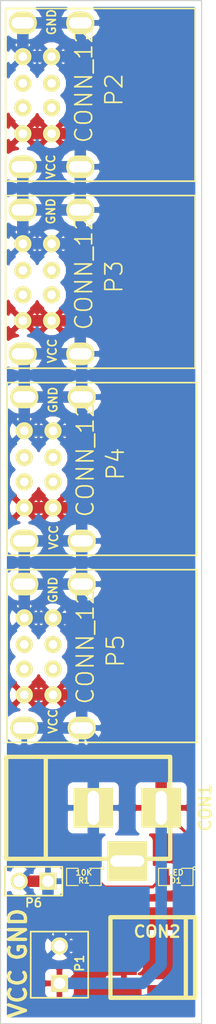
<source format=kicad_pcb>
(kicad_pcb (version 3) (host pcbnew "(22-Jun-2014 BZR 4027)-stable")

  (general
    (links 41)
    (no_connects 0)
    (area 18.138286 21.539999 39.203488 111.937001)
    (thickness 1.6)
    (drawings 6)
    (tracks 87)
    (zones 0)
    (modules 10)
    (nets 4)
  )

  (page A4 portrait)
  (layers
    (15 F.Cu signal)
    (0 B.Cu signal)
    (16 B.Adhes user)
    (17 F.Adhes user)
    (18 B.Paste user)
    (19 F.Paste user)
    (20 B.SilkS user)
    (21 F.SilkS user)
    (22 B.Mask user)
    (23 F.Mask user)
    (24 Dwgs.User user)
    (25 Cmts.User user)
    (26 Eco1.User user)
    (27 Eco2.User user)
    (28 Edge.Cuts user)
  )

  (setup
    (last_trace_width 0.254)
    (user_trace_width 0.508)
    (user_trace_width 1.016)
    (trace_clearance 0.254)
    (zone_clearance 0.508)
    (zone_45_only no)
    (trace_min 0.254)
    (segment_width 0.2)
    (edge_width 0.1)
    (via_size 0.889)
    (via_drill 0.635)
    (via_min_size 0.889)
    (via_min_drill 0.508)
    (uvia_size 0.508)
    (uvia_drill 0.127)
    (uvias_allowed no)
    (uvia_min_size 0.508)
    (uvia_min_drill 0.127)
    (pcb_text_width 0.3)
    (pcb_text_size 1.5 1.5)
    (mod_edge_width 0.15)
    (mod_text_size 1 1)
    (mod_text_width 0.15)
    (pad_size 1.524 1.524)
    (pad_drill 0.762)
    (pad_to_mask_clearance 0)
    (aux_axis_origin 0 0)
    (visible_elements 7FFFFFFF)
    (pcbplotparams
      (layerselection 32768)
      (usegerberextensions false)
      (excludeedgelayer true)
      (linewidth 0.150000)
      (plotframeref false)
      (viasonmask false)
      (mode 1)
      (useauxorigin false)
      (hpglpennumber 1)
      (hpglpenspeed 20)
      (hpglpendiameter 15)
      (hpglpenoverlay 2)
      (psnegative false)
      (psa4output false)
      (plotreference true)
      (plotvalue true)
      (plotothertext true)
      (plotinvisibletext false)
      (padsonsilk false)
      (subtractmaskfromsilk false)
      (outputformat 2)
      (mirror false)
      (drillshape 0)
      (scaleselection 1)
      (outputdirectory /home/pi/Desktop/))
  )

  (net 0 "")
  (net 1 GND)
  (net 2 N-000001)
  (net 3 VCC)

  (net_class Default "This is the default net class."
    (clearance 0.254)
    (trace_width 0.254)
    (via_dia 0.889)
    (via_drill 0.635)
    (uvia_dia 0.508)
    (uvia_drill 0.127)
    (add_net "")
    (add_net GND)
    (add_net N-000001)
    (add_net VCC)
  )

  (module SM0805 (layer F.Cu) (tedit 5091495C) (tstamp 610E2185)
    (at 34.544 98.933 180)
    (path /610E1C25)
    (attr smd)
    (fp_text reference D1 (at 0 -0.3175 180) (layer F.SilkS)
      (effects (font (size 0.50038 0.50038) (thickness 0.10922)))
    )
    (fp_text value LED (at 0 0.381 180) (layer F.SilkS)
      (effects (font (size 0.50038 0.50038) (thickness 0.10922)))
    )
    (fp_circle (center -1.651 0.762) (end -1.651 0.635) (layer F.SilkS) (width 0.09906))
    (fp_line (start -0.508 0.762) (end -1.524 0.762) (layer F.SilkS) (width 0.09906))
    (fp_line (start -1.524 0.762) (end -1.524 -0.762) (layer F.SilkS) (width 0.09906))
    (fp_line (start -1.524 -0.762) (end -0.508 -0.762) (layer F.SilkS) (width 0.09906))
    (fp_line (start 0.508 -0.762) (end 1.524 -0.762) (layer F.SilkS) (width 0.09906))
    (fp_line (start 1.524 -0.762) (end 1.524 0.762) (layer F.SilkS) (width 0.09906))
    (fp_line (start 1.524 0.762) (end 0.508 0.762) (layer F.SilkS) (width 0.09906))
    (pad 1 smd rect (at -0.9525 0 180) (size 0.889 1.397)
      (layers F.Cu F.Paste F.Mask)
      (net 3 VCC)
    )
    (pad 2 smd rect (at 0.9525 0 180) (size 0.889 1.397)
      (layers F.Cu F.Paste F.Mask)
      (net 2 N-000001)
    )
    (model smd/chip_cms.wrl
      (at (xyz 0 0 0))
      (scale (xyz 0.1 0.1 0.1))
      (rotate (xyz 0 0 0))
    )
  )

  (module SM0805 (layer F.Cu) (tedit 5091495C) (tstamp 610E2192)
    (at 26.416 98.933 180)
    (path /610E1C34)
    (attr smd)
    (fp_text reference R1 (at 0 -0.3175 180) (layer F.SilkS)
      (effects (font (size 0.50038 0.50038) (thickness 0.10922)))
    )
    (fp_text value 10K (at 0 0.381 180) (layer F.SilkS)
      (effects (font (size 0.50038 0.50038) (thickness 0.10922)))
    )
    (fp_circle (center -1.651 0.762) (end -1.651 0.635) (layer F.SilkS) (width 0.09906))
    (fp_line (start -0.508 0.762) (end -1.524 0.762) (layer F.SilkS) (width 0.09906))
    (fp_line (start -1.524 0.762) (end -1.524 -0.762) (layer F.SilkS) (width 0.09906))
    (fp_line (start -1.524 -0.762) (end -0.508 -0.762) (layer F.SilkS) (width 0.09906))
    (fp_line (start 0.508 -0.762) (end 1.524 -0.762) (layer F.SilkS) (width 0.09906))
    (fp_line (start 1.524 -0.762) (end 1.524 0.762) (layer F.SilkS) (width 0.09906))
    (fp_line (start 1.524 0.762) (end 0.508 0.762) (layer F.SilkS) (width 0.09906))
    (pad 1 smd rect (at -0.9525 0 180) (size 0.889 1.397)
      (layers F.Cu F.Paste F.Mask)
      (net 2 N-000001)
    )
    (pad 2 smd rect (at 0.9525 0 180) (size 0.889 1.397)
      (layers F.Cu F.Paste F.Mask)
      (net 1 GND)
    )
    (model smd/chip_cms.wrl
      (at (xyz 0 0 0))
      (scale (xyz 0.1 0.1 0.1))
      (rotate (xyz 0 0 0))
    )
  )

  (module BARREL_JACK (layer F.Cu) (tedit 505F99C2) (tstamp 610E21B1)
    (at 27.051 92.837)
    (descr "DC Barrel Jack")
    (tags "Power Jack")
    (path /610E143B)
    (fp_text reference CON1 (at 10.09904 0 90) (layer F.SilkS)
      (effects (font (size 1.016 1.016) (thickness 0.2032)))
    )
    (fp_text value BARREL_JACK (at 0 -5.99948) (layer F.SilkS) hide
      (effects (font (size 1.016 1.016) (thickness 0.2032)))
    )
    (fp_line (start -4.0005 -4.50088) (end -4.0005 4.50088) (layer F.SilkS) (width 0.381))
    (fp_line (start -7.50062 -4.50088) (end -7.50062 4.50088) (layer F.SilkS) (width 0.381))
    (fp_line (start -7.50062 4.50088) (end 7.00024 4.50088) (layer F.SilkS) (width 0.381))
    (fp_line (start 7.00024 4.50088) (end 7.00024 -4.50088) (layer F.SilkS) (width 0.381))
    (fp_line (start 7.00024 -4.50088) (end -7.50062 -4.50088) (layer F.SilkS) (width 0.381))
    (pad 1 thru_hole rect (at 6.20014 0) (size 3.50012 3.50012) (drill oval 1.00076 2.99974)
      (layers *.Cu *.Mask F.SilkS)
      (net 3 VCC)
    )
    (pad 2 thru_hole rect (at 0.20066 0) (size 3.50012 3.50012) (drill oval 1.00076 2.99974)
      (layers *.Cu *.Mask F.SilkS)
      (net 1 GND)
    )
    (pad 3 thru_hole rect (at 3.2004 4.699) (size 3.50012 3.50012) (drill oval 2.99974 1.00076)
      (layers *.Cu *.Mask F.SilkS)
    )
  )

  (module PIN_ARRAY_2X1 (layer F.Cu) (tedit 4565C520) (tstamp 60E94635)
    (at 21.971 99.314 180)
    (descr "Connecteurs 2 pins")
    (tags "CONN DEV")
    (path /610E1F63)
    (fp_text reference P6 (at 0 -1.905 180) (layer F.SilkS)
      (effects (font (size 0.762 0.762) (thickness 0.1524)))
    )
    (fp_text value GND (at 0 -1.905 180) (layer F.SilkS) hide
      (effects (font (size 0.762 0.762) (thickness 0.1524)))
    )
    (fp_line (start -2.54 1.27) (end -2.54 -1.27) (layer F.SilkS) (width 0.1524))
    (fp_line (start -2.54 -1.27) (end 2.54 -1.27) (layer F.SilkS) (width 0.1524))
    (fp_line (start 2.54 -1.27) (end 2.54 1.27) (layer F.SilkS) (width 0.1524))
    (fp_line (start 2.54 1.27) (end -2.54 1.27) (layer F.SilkS) (width 0.1524))
    (pad 1 thru_hole rect (at -1.27 0 180) (size 1.524 1.524) (drill 1.016)
      (layers *.Cu *.Mask F.SilkS)
      (net 1 GND)
    )
    (pad 2 thru_hole circle (at 1.27 0 180) (size 1.524 1.524) (drill 1.016)
      (layers *.Cu *.Mask F.SilkS)
      (net 1 GND)
    )
    (model pin_array/pins_array_2x1.wrl
      (at (xyz 0 0 0))
      (scale (xyz 1 1 1))
      (rotate (xyz 0 0 0))
    )
  )

  (module KLEMENS_3 (layer F.Cu) (tedit 610EC0DF) (tstamp 60E9463F)
    (at 24.257 107.061 90)
    (descr "Connecteurs 2 pins")
    (tags "CONN DEV")
    (path /60E943C9)
    (fp_text reference P1 (at 0.508 1.778 90) (layer F.SilkS)
      (effects (font (size 0.762 0.762) (thickness 0.1524)))
    )
    (fp_text value KLEMENS_1 (at 0.508 -1.524 90) (layer F.SilkS) hide
      (effects (font (size 0.762 0.762) (thickness 0.1524)))
    )
    (fp_line (start -2.54 2.54) (end -2.54 0) (layer F.SilkS) (width 0.15))
    (fp_line (start 3.302 0) (end 3.302 2.54) (layer F.SilkS) (width 0.15))
    (fp_line (start 3.302 2.54) (end 2.54 2.54) (layer F.SilkS) (width 0.15))
    (fp_line (start 2.54 -2.54) (end 3.302 -2.54) (layer F.SilkS) (width 0.15))
    (fp_line (start -2.54 0) (end -2.54 -2.54) (layer F.SilkS) (width 0.1524))
    (fp_line (start -2.54 -2.54) (end 2.54 -2.54) (layer F.SilkS) (width 0.1524))
    (fp_line (start 3.302 -2.54) (end 3.302 0) (layer F.SilkS) (width 0.1524))
    (fp_line (start 2.54 2.54) (end -2.54 2.54) (layer F.SilkS) (width 0.1524))
    (pad 1 thru_hole rect (at -1.27 0 90) (size 1.524 1.524) (drill 1.016)
      (layers *.Cu *.Mask F.SilkS)
      (net 3 VCC)
    )
    (pad 2 thru_hole circle (at 2.032 0 90) (size 1.524 1.524) (drill 1.016)
      (layers *.Cu *.Mask F.SilkS)
      (net 1 GND)
    )
    (model pin_array/pins_array_2x1.wrl
      (at (xyz 0 0 0))
      (scale (xyz 1 1 1))
      (rotate (xyz 0 0 0))
    )
  )

  (module USB_MICRO_B (layer F.Cu) (tedit 6121F77B) (tstamp 610E21A5)
    (at 33.401 105.791 180)
    (descr "USB Mini-B 5-pin SMD connector")
    (tags "USB, Mini-B, connector")
    (path /6116BB64)
    (fp_text reference CON2 (at 0.508 2.032 180) (layer F.SilkS)
      (effects (font (size 1.016 1.016) (thickness 0.2032)))
    )
    (fp_text value USB-MICRO-B (at 0.762 -2.54 180) (layer F.SilkS) hide
      (effects (font (size 1.016 1.016) (thickness 0.2032)))
    )
    (fp_line (start -2.794 3.302) (end 4.572 3.302) (layer F.SilkS) (width 0.381))
    (fp_line (start 4.572 -3.81) (end -2.794 -3.81) (layer F.SilkS) (width 0.381))
    (fp_line (start 4.6355 -3.81) (end 4.6355 3.302) (layer F.SilkS) (width 0.381))
    (fp_line (start -2.8575 -3.81) (end -2.8575 3.302) (layer F.SilkS) (width 0.381))
    (fp_line (start -2.032 -3.81) (end -2.032 3.302) (layer F.SilkS) (width 0.381))
    (pad 1 smd rect (at 3.44932 -1.6002 180) (size 2.30124 0.4)
      (layers F.Cu F.Paste F.Mask)
      (net 3 VCC)
    )
    (pad 2 smd rect (at 3.429 -0.889 180) (size 2.30124 0.4)
      (layers F.Cu F.Paste F.Mask)
    )
    (pad 3 smd rect (at 3.429 -0.254 180) (size 2.30124 0.4)
      (layers F.Cu F.Paste F.Mask)
    )
    (pad 4 smd rect (at 3.429 0.381 180) (size 2.30124 0.4)
      (layers F.Cu F.Paste F.Mask)
    )
    (pad 5 smd rect (at 3.429 1.016 180) (size 2.30124 0.4)
      (layers F.Cu F.Paste F.Mask)
      (net 1 GND)
    )
    (pad 6 smd rect (at 0.127 -3.683 180) (size 2.49936 1.99898)
      (layers F.Cu F.Paste F.Mask)
    )
    (pad 6 smd rect (at 0.127 3.175 180) (size 2.49936 1.99898)
      (layers F.Cu F.Paste F.Mask)
    )
  )

  (module USB_B2 (layer F.Cu) (tedit 617D52A8) (tstamp 60E94565)
    (at 27.686 29.464 90)
    (path /60E943D8)
    (fp_text reference P2 (at 0 1.397 90) (layer F.SilkS)
      (effects (font (size 1.5 1.5) (thickness 0.15)))
    )
    (fp_text value CONN_12 (at 0.381 -1.27 90) (layer F.SilkS)
      (effects (font (size 1.5 1.5) (thickness 0.15)))
    )
    (fp_line (start -8.0645 -7.9375) (end -8.0645 -8.1915) (layer F.SilkS) (width 0.15))
    (fp_line (start -8.0645 -8.1915) (end 7.1755 -8.1915) (layer F.SilkS) (width 0.15))
    (fp_line (start 7.1755 -8.1915) (end 7.1755 -8.001) (layer F.SilkS) (width 0.15))
    (fp_text user VCC (at -6.7945 -4.191 270) (layer F.SilkS)
      (effects (font (size 0.75 0.75) (thickness 0.15)))
    )
    (fp_text user GND (at 5.969 -4.1275 270) (layer F.SilkS)
      (effects (font (size 0.75 0.75) (thickness 0.15)))
    )
    (fp_line (start 7.1755 -7.9375) (end 7.1755 8.5725) (layer F.SilkS) (width 0.15))
    (fp_line (start 7.1755 8.5725) (end -8.0645 8.5725) (layer F.SilkS) (width 0.15))
    (fp_line (start -8.0645 8.5725) (end -8.0645 -7.9375) (layer F.SilkS) (width 0.15))
    (pad 1 thru_hole circle (at 2.921 -6.6675 270) (size 1.524 1.524) (drill 0.762)
      (layers *.Cu *.Mask F.SilkS)
      (net 1 GND)
    )
    (pad 2 thru_hole circle (at 0.5715 -6.6675 270) (size 1.524 1.524) (drill 0.762)
      (layers *.Cu *.Mask F.SilkS)
    )
    (pad 3 thru_hole circle (at -1.5875 -6.6675 270) (size 1.524 1.524) (drill 0.762)
      (layers *.Cu *.Mask F.SilkS)
    )
    (pad 4 thru_hole circle (at -3.8735 -6.6675 270) (size 1.524 1.524) (drill 0.762)
      (layers *.Cu *.Mask F.SilkS)
      (net 3 VCC)
    )
    (pad 11 thru_hole oval (at 5.9055 -6.6675 180) (size 2.5 2) (drill oval 2 1)
      (layers *.Cu *.Mask F.SilkS)
      (net 1 GND)
    )
    (pad 12 thru_hole oval (at 5.9055 -1.5875 180) (size 2.5 2) (drill oval 2 1)
      (layers *.Cu *.Mask F.SilkS)
      (net 1 GND)
    )
    (pad 5 thru_hole circle (at 2.921 -4.1275 270) (size 1.524 1.524) (drill 0.762)
      (layers *.Cu *.Mask F.SilkS)
      (net 1 GND)
    )
    (pad 6 thru_hole circle (at 0.5715 -4.1275 270) (size 1.524 1.524) (drill 0.762)
      (layers *.Cu *.Mask F.SilkS)
    )
    (pad 7 thru_hole circle (at -1.5875 -4.1275 270) (size 1.524 1.524) (drill 0.762)
      (layers *.Cu *.Mask F.SilkS)
    )
    (pad 8 thru_hole circle (at -3.8735 -4.1275 270) (size 1.524 1.524) (drill 0.762)
      (layers *.Cu *.Mask F.SilkS)
      (net 3 VCC)
    )
    (pad 9 thru_hole oval (at -6.7945 -1.5875 180) (size 2.5 2) (drill oval 2 1)
      (layers *.Cu *.Mask F.SilkS)
      (net 1 GND)
    )
    (pad 10 thru_hole oval (at -6.7945 -6.6675 180) (size 2.5 2) (drill oval 2 1)
      (layers *.Cu *.Mask F.SilkS)
      (net 1 GND)
    )
  )

  (module USB_B2 (layer F.Cu) (tedit 617D5257) (tstamp 60E94599)
    (at 27.686 45.974 90)
    (path /60E943E7)
    (fp_text reference P3 (at 0 1.397 90) (layer F.SilkS)
      (effects (font (size 1.5 1.5) (thickness 0.15)))
    )
    (fp_text value CONN_12 (at 0.381 -1.27 90) (layer F.SilkS)
      (effects (font (size 1.5 1.5) (thickness 0.15)))
    )
    (fp_line (start -8.0645 -7.9375) (end -8.0645 -8.1915) (layer F.SilkS) (width 0.15))
    (fp_line (start -8.0645 -8.1915) (end 7.1755 -8.1915) (layer F.SilkS) (width 0.15))
    (fp_line (start 7.1755 -8.1915) (end 7.1755 -8.001) (layer F.SilkS) (width 0.15))
    (fp_text user VCC (at -6.5405 -4.064 270) (layer F.SilkS)
      (effects (font (size 0.75 0.75) (thickness 0.15)))
    )
    (fp_text user GND (at 5.7785 -4.191 270) (layer F.SilkS)
      (effects (font (size 0.75 0.75) (thickness 0.15)))
    )
    (fp_line (start 7.1755 -7.9375) (end 7.1755 8.5725) (layer F.SilkS) (width 0.15))
    (fp_line (start 7.1755 8.5725) (end -8.0645 8.5725) (layer F.SilkS) (width 0.15))
    (fp_line (start -8.0645 8.5725) (end -8.0645 -7.9375) (layer F.SilkS) (width 0.15))
    (pad 1 thru_hole circle (at 2.921 -6.6675 270) (size 1.524 1.524) (drill 0.762)
      (layers *.Cu *.Mask F.SilkS)
      (net 1 GND)
    )
    (pad 2 thru_hole circle (at 0.5715 -6.6675 270) (size 1.524 1.524) (drill 0.762)
      (layers *.Cu *.Mask F.SilkS)
    )
    (pad 3 thru_hole circle (at -1.5875 -6.6675 270) (size 1.524 1.524) (drill 0.762)
      (layers *.Cu *.Mask F.SilkS)
    )
    (pad 4 thru_hole circle (at -3.8735 -6.6675 270) (size 1.524 1.524) (drill 0.762)
      (layers *.Cu *.Mask F.SilkS)
      (net 3 VCC)
    )
    (pad 11 thru_hole oval (at 5.9055 -6.6675 180) (size 2.5 2) (drill oval 2 1)
      (layers *.Cu *.Mask F.SilkS)
      (net 1 GND)
    )
    (pad 12 thru_hole oval (at 5.9055 -1.5875 180) (size 2.5 2) (drill oval 2 1)
      (layers *.Cu *.Mask F.SilkS)
      (net 1 GND)
    )
    (pad 5 thru_hole circle (at 2.921 -4.1275 270) (size 1.524 1.524) (drill 0.762)
      (layers *.Cu *.Mask F.SilkS)
      (net 1 GND)
    )
    (pad 6 thru_hole circle (at 0.5715 -4.1275 270) (size 1.524 1.524) (drill 0.762)
      (layers *.Cu *.Mask F.SilkS)
    )
    (pad 7 thru_hole circle (at -1.5875 -4.1275 270) (size 1.524 1.524) (drill 0.762)
      (layers *.Cu *.Mask F.SilkS)
    )
    (pad 8 thru_hole circle (at -3.8735 -4.1275 270) (size 1.524 1.524) (drill 0.762)
      (layers *.Cu *.Mask F.SilkS)
      (net 3 VCC)
    )
    (pad 9 thru_hole oval (at -6.7945 -1.5875 180) (size 2.5 2) (drill oval 2 1)
      (layers *.Cu *.Mask F.SilkS)
      (net 1 GND)
    )
    (pad 10 thru_hole oval (at -6.7945 -6.6675 180) (size 2.5 2) (drill oval 2 1)
      (layers *.Cu *.Mask F.SilkS)
      (net 1 GND)
    )
  )

  (module USB_B2 (layer F.Cu) (tedit 617D51BA) (tstamp 60E945CD)
    (at 27.813 62.484 90)
    (path /60E943F6)
    (fp_text reference P4 (at 0 1.397 90) (layer F.SilkS)
      (effects (font (size 1.5 1.5) (thickness 0.15)))
    )
    (fp_text value CONN_12 (at 0.381 -1.27 90) (layer F.SilkS)
      (effects (font (size 1.5 1.5) (thickness 0.15)))
    )
    (fp_line (start -8.0645 -7.9375) (end -8.0645 -8.1915) (layer F.SilkS) (width 0.15))
    (fp_line (start -8.0645 -8.1915) (end 7.1755 -8.1915) (layer F.SilkS) (width 0.15))
    (fp_line (start 7.1755 -8.1915) (end 7.1755 -8.001) (layer F.SilkS) (width 0.15))
    (fp_text user VCC (at -6.477 -4.064 270) (layer F.SilkS)
      (effects (font (size 0.75 0.75) (thickness 0.15)))
    )
    (fp_text user GND (at 5.6515 -4.1275 270) (layer F.SilkS)
      (effects (font (size 0.75 0.75) (thickness 0.15)))
    )
    (fp_line (start 7.1755 -7.9375) (end 7.1755 8.5725) (layer F.SilkS) (width 0.15))
    (fp_line (start 7.1755 8.5725) (end -8.0645 8.5725) (layer F.SilkS) (width 0.15))
    (fp_line (start -8.0645 8.5725) (end -8.0645 -7.9375) (layer F.SilkS) (width 0.15))
    (pad 1 thru_hole circle (at 2.921 -6.6675 270) (size 1.524 1.524) (drill 0.762)
      (layers *.Cu *.Mask F.SilkS)
      (net 1 GND)
    )
    (pad 2 thru_hole circle (at 0.5715 -6.6675 270) (size 1.524 1.524) (drill 0.762)
      (layers *.Cu *.Mask F.SilkS)
    )
    (pad 3 thru_hole circle (at -1.5875 -6.6675 270) (size 1.524 1.524) (drill 0.762)
      (layers *.Cu *.Mask F.SilkS)
    )
    (pad 4 thru_hole circle (at -3.8735 -6.6675 270) (size 1.524 1.524) (drill 0.762)
      (layers *.Cu *.Mask F.SilkS)
      (net 3 VCC)
    )
    (pad 11 thru_hole oval (at 5.9055 -6.6675 180) (size 2.5 2) (drill oval 2 1)
      (layers *.Cu *.Mask F.SilkS)
      (net 1 GND)
    )
    (pad 12 thru_hole oval (at 5.9055 -1.5875 180) (size 2.5 2) (drill oval 2 1)
      (layers *.Cu *.Mask F.SilkS)
      (net 1 GND)
    )
    (pad 5 thru_hole circle (at 2.921 -4.1275 270) (size 1.524 1.524) (drill 0.762)
      (layers *.Cu *.Mask F.SilkS)
      (net 1 GND)
    )
    (pad 6 thru_hole circle (at 0.5715 -4.1275 270) (size 1.524 1.524) (drill 0.762)
      (layers *.Cu *.Mask F.SilkS)
    )
    (pad 7 thru_hole circle (at -1.5875 -4.1275 270) (size 1.524 1.524) (drill 0.762)
      (layers *.Cu *.Mask F.SilkS)
    )
    (pad 8 thru_hole circle (at -3.8735 -4.1275 270) (size 1.524 1.524) (drill 0.762)
      (layers *.Cu *.Mask F.SilkS)
      (net 3 VCC)
    )
    (pad 9 thru_hole oval (at -6.7945 -1.5875 180) (size 2.5 2) (drill oval 2 1)
      (layers *.Cu *.Mask F.SilkS)
      (net 1 GND)
    )
    (pad 10 thru_hole oval (at -6.7945 -6.6675 180) (size 2.5 2) (drill oval 2 1)
      (layers *.Cu *.Mask F.SilkS)
      (net 1 GND)
    )
  )

  (module USB_B2 (layer F.Cu) (tedit 617D515F) (tstamp 60E94601)
    (at 27.813 78.994 90)
    (path /60E94405)
    (fp_text reference P5 (at 0 1.397 90) (layer F.SilkS)
      (effects (font (size 1.5 1.5) (thickness 0.15)))
    )
    (fp_text value CONN_12 (at 0.381 -1.27 90) (layer F.SilkS)
      (effects (font (size 1.5 1.5) (thickness 0.15)))
    )
    (fp_line (start -8.0645 -7.9375) (end -8.0645 -8.1915) (layer F.SilkS) (width 0.15))
    (fp_line (start -8.0645 -8.1915) (end 7.1755 -8.1915) (layer F.SilkS) (width 0.15))
    (fp_line (start 7.1755 -8.1915) (end 7.1755 -8.001) (layer F.SilkS) (width 0.15))
    (fp_text user VCC (at -6.223 -4.1275 270) (layer F.SilkS)
      (effects (font (size 0.75 0.75) (thickness 0.15)))
    )
    (fp_text user GND (at 5.3975 -4.1275 270) (layer F.SilkS)
      (effects (font (size 0.75 0.75) (thickness 0.15)))
    )
    (fp_line (start 7.1755 -7.9375) (end 7.1755 8.5725) (layer F.SilkS) (width 0.15))
    (fp_line (start 7.1755 8.5725) (end -8.0645 8.5725) (layer F.SilkS) (width 0.15))
    (fp_line (start -8.0645 8.5725) (end -8.0645 -7.9375) (layer F.SilkS) (width 0.15))
    (pad 1 thru_hole circle (at 2.921 -6.6675 270) (size 1.524 1.524) (drill 0.762)
      (layers *.Cu *.Mask F.SilkS)
      (net 1 GND)
    )
    (pad 2 thru_hole circle (at 0.5715 -6.6675 270) (size 1.524 1.524) (drill 0.762)
      (layers *.Cu *.Mask F.SilkS)
    )
    (pad 3 thru_hole circle (at -1.5875 -6.6675 270) (size 1.524 1.524) (drill 0.762)
      (layers *.Cu *.Mask F.SilkS)
    )
    (pad 4 thru_hole circle (at -3.8735 -6.6675 270) (size 1.524 1.524) (drill 0.762)
      (layers *.Cu *.Mask F.SilkS)
      (net 3 VCC)
    )
    (pad 11 thru_hole oval (at 5.9055 -6.6675 180) (size 2.5 2) (drill oval 2 1)
      (layers *.Cu *.Mask F.SilkS)
      (net 1 GND)
    )
    (pad 12 thru_hole oval (at 5.9055 -1.5875 180) (size 2.5 2) (drill oval 2 1)
      (layers *.Cu *.Mask F.SilkS)
      (net 1 GND)
    )
    (pad 5 thru_hole circle (at 2.921 -4.1275 270) (size 1.524 1.524) (drill 0.762)
      (layers *.Cu *.Mask F.SilkS)
      (net 1 GND)
    )
    (pad 6 thru_hole circle (at 0.5715 -4.1275 270) (size 1.524 1.524) (drill 0.762)
      (layers *.Cu *.Mask F.SilkS)
    )
    (pad 7 thru_hole circle (at -1.5875 -4.1275 270) (size 1.524 1.524) (drill 0.762)
      (layers *.Cu *.Mask F.SilkS)
    )
    (pad 8 thru_hole circle (at -3.8735 -4.1275 270) (size 1.524 1.524) (drill 0.762)
      (layers *.Cu *.Mask F.SilkS)
      (net 3 VCC)
    )
    (pad 9 thru_hole oval (at -6.7945 -1.5875 180) (size 2.5 2) (drill oval 2 1)
      (layers *.Cu *.Mask F.SilkS)
      (net 1 GND)
    )
    (pad 10 thru_hole oval (at -6.7945 -6.6675 180) (size 2.5 2) (drill oval 2 1)
      (layers *.Cu *.Mask F.SilkS)
      (net 1 GND)
    )
  )

  (gr_line (start 36.83 111.887) (end 36.83 21.59) (angle 90) (layer Edge.Cuts) (width 0.1))
  (gr_line (start 19.05 111.887) (end 19.05 21.59) (angle 90) (layer Edge.Cuts) (width 0.1))
  (gr_text GND (at 20.574 104.013 90) (layer F.SilkS)
    (effects (font (size 1.5 1.5) (thickness 0.3)))
  )
  (gr_text VCC (at 20.574 109.22 90) (layer F.SilkS)
    (effects (font (size 1.5 1.5) (thickness 0.3)))
  )
  (gr_line (start 36.83 21.59) (end 19.05 21.59) (angle 90) (layer Edge.Cuts) (width 0.1))
  (gr_line (start 19.05 111.887) (end 36.83 111.887) (angle 90) (layer Edge.Cuts) (width 0.1))

  (segment (start 23.5585 26.543) (end 26.0985 26.543) (width 1.016) (layer B.Cu) (net 1))
  (segment (start 21.0185 26.543) (end 23.5585 26.543) (width 1.016) (layer B.Cu) (net 1))
  (segment (start 21.0185 23.5585) (end 21.0185 26.543) (width 1.016) (layer B.Cu) (net 1))
  (segment (start 23.5585 43.053) (end 26.0985 43.053) (width 1.016) (layer B.Cu) (net 1))
  (segment (start 21.0185 43.053) (end 23.5585 43.053) (width 1.016) (layer B.Cu) (net 1))
  (segment (start 21.0185 40.0685) (end 21.0185 43.053) (width 1.016) (layer B.Cu) (net 1))
  (segment (start 21.1455 73.0885) (end 21.1455 69.2785) (width 1.016) (layer B.Cu) (net 1))
  (segment (start 23.6855 59.563) (end 26.2255 59.563) (width 1.016) (layer B.Cu) (net 1))
  (segment (start 21.1455 59.563) (end 23.6855 59.563) (width 1.016) (layer B.Cu) (net 1))
  (segment (start 21.1455 56.5785) (end 21.1455 59.563) (width 1.016) (layer B.Cu) (net 1))
  (segment (start 21.0185 40.0685) (end 21.0185 36.2585) (width 1.016) (layer B.Cu) (net 1))
  (segment (start 21.1455 56.5785) (end 21.1455 52.8955) (width 1.016) (layer B.Cu) (net 1))
  (segment (start 21.1455 52.8955) (end 21.0185 52.7685) (width 1.016) (layer B.Cu) (net 1) (tstamp 617D5251))
  (segment (start 26.2255 76.1365) (end 26.2255 73.0885) (width 1.016) (layer B.Cu) (net 1))
  (segment (start 21.1455 76.073) (end 21.1455 73.0885) (width 1.016) (layer B.Cu) (net 1))
  (segment (start 21.1455 76.073) (end 23.6855 76.073) (width 1.016) (layer B.Cu) (net 1))
  (segment (start 23.6855 76.073) (end 23.749 76.1365) (width 1.016) (layer B.Cu) (net 1) (tstamp 617D511D))
  (segment (start 23.749 76.1365) (end 26.2255 76.1365) (width 1.016) (layer B.Cu) (net 1) (tstamp 617D511F))
  (segment (start 26.2255 76.1365) (end 26.2255 85.7885) (width 1.016) (layer B.Cu) (net 1) (tstamp 617D512E))
  (segment (start 26.2255 85.7885) (end 21.1455 85.7885) (width 1.016) (layer B.Cu) (net 1))
  (segment (start 29.972 104.775) (end 27.813 104.775) (width 0.254) (layer F.Cu) (net 1))
  (segment (start 27.559 105.029) (end 27.813 104.775) (width 1.016) (layer F.Cu) (net 1) (tstamp 6116B8D5))
  (segment (start 27.559 105.029) (end 24.257 105.029) (width 1.016) (layer F.Cu) (net 1))
  (segment (start 24.257 105.029) (end 24.257 102.87) (width 1.016) (layer B.Cu) (net 1))
  (segment (start 23.241 101.854) (end 23.241 99.314) (width 1.016) (layer B.Cu) (net 1) (tstamp 610EED0F))
  (segment (start 24.257 102.87) (end 23.241 101.854) (width 1.016) (layer B.Cu) (net 1) (tstamp 610EED0E))
  (segment (start 27.25166 102.16134) (end 27.25166 104.32034) (width 1.016) (layer B.Cu) (net 1))
  (segment (start 27.25166 92.837) (end 27.25166 102.16134) (width 1.016) (layer B.Cu) (net 1))
  (segment (start 26.543 105.029) (end 24.257 105.029) (width 1.016) (layer B.Cu) (net 1) (tstamp 610EED0B))
  (segment (start 27.25166 104.32034) (end 26.543 105.029) (width 1.016) (layer B.Cu) (net 1) (tstamp 610EED0A))
  (segment (start 26.0985 23.5585) (end 21.0185 23.5585) (width 1.016) (layer B.Cu) (net 1))
  (segment (start 26.0985 36.2585) (end 21.0185 36.2585) (width 1.016) (layer B.Cu) (net 1))
  (segment (start 26.0985 52.7685) (end 21.0185 52.7685) (width 1.016) (layer B.Cu) (net 1))
  (segment (start 26.0985 40.0685) (end 21.0185 40.0685) (width 1.016) (layer B.Cu) (net 1))
  (segment (start 26.0985 36.2585) (end 26.0985 26.543) (width 1.016) (layer B.Cu) (net 1))
  (segment (start 26.0985 26.543) (end 26.0985 23.5585) (width 1.016) (layer B.Cu) (net 1) (tstamp 617D53DD))
  (segment (start 26.0985 40.0685) (end 26.0985 36.2585) (width 1.016) (layer B.Cu) (net 1))
  (segment (start 26.0985 52.7685) (end 26.0985 43.053) (width 1.016) (layer B.Cu) (net 1))
  (segment (start 26.0985 43.053) (end 26.0985 40.0685) (width 1.016) (layer B.Cu) (net 1) (tstamp 617D5315))
  (segment (start 26.2255 56.5785) (end 26.2255 52.8955) (width 1.016) (layer B.Cu) (net 1))
  (segment (start 26.2255 52.8955) (end 26.0985 52.7685) (width 1.016) (layer B.Cu) (net 1) (tstamp 610E27C0))
  (segment (start 26.2255 56.5785) (end 21.1455 56.5785) (width 1.016) (layer B.Cu) (net 1))
  (segment (start 26.2255 69.2785) (end 26.2255 59.563) (width 1.016) (layer B.Cu) (net 1))
  (segment (start 26.2255 59.563) (end 26.2255 56.5785) (width 1.016) (layer B.Cu) (net 1) (tstamp 617D525D))
  (segment (start 26.2255 69.2785) (end 21.1455 69.2785) (width 1.016) (layer B.Cu) (net 1))
  (segment (start 26.2255 73.0885) (end 26.2255 69.2785) (width 1.016) (layer B.Cu) (net 1))
  (segment (start 26.2255 73.0885) (end 21.1455 73.0885) (width 1.016) (layer B.Cu) (net 1))
  (segment (start 27.25166 92.837) (end 27.25166 86.81466) (width 1.016) (layer B.Cu) (net 1))
  (segment (start 27.25166 86.81466) (end 26.2255 85.7885) (width 1.016) (layer B.Cu) (net 1) (tstamp 610E2710))
  (segment (start 23.241 99.314) (end 25.0825 99.314) (width 0.254) (layer F.Cu) (net 1))
  (segment (start 25.0825 99.314) (end 25.4635 98.933) (width 0.254) (layer F.Cu) (net 1) (tstamp 610E2641))
  (segment (start 20.701 99.314) (end 23.241 99.314) (width 1.016) (layer F.Cu) (net 1))
  (segment (start 33.5915 98.933) (end 33.401 98.933) (width 0.254) (layer F.Cu) (net 2))
  (segment (start 28.2575 99.822) (end 27.3685 98.933) (width 0.254) (layer F.Cu) (net 2) (tstamp 610E265A))
  (segment (start 32.512 99.822) (end 28.2575 99.822) (width 0.254) (layer F.Cu) (net 2) (tstamp 610E2658))
  (segment (start 33.401 98.933) (end 32.512 99.822) (width 0.254) (layer F.Cu) (net 2) (tstamp 610E2654))
  (segment (start 23.5585 33.3375) (end 21.0185 33.3375) (width 1.016) (layer F.Cu) (net 3))
  (segment (start 33.147 49.8475) (end 33.147 33.401) (width 1.016) (layer F.Cu) (net 3))
  (segment (start 33.0835 33.3375) (end 23.5585 33.3375) (width 1.016) (layer F.Cu) (net 3) (tstamp 617D53EC))
  (segment (start 33.147 33.401) (end 33.0835 33.3375) (width 1.016) (layer F.Cu) (net 3) (tstamp 617D53EB))
  (segment (start 23.5585 49.8475) (end 33.147 49.8475) (width 1.016) (layer F.Cu) (net 3))
  (segment (start 33.25114 49.95164) (end 33.25114 66.46164) (width 1.016) (layer F.Cu) (net 3) (tstamp 617D53E8))
  (segment (start 33.147 49.8475) (end 33.25114 49.95164) (width 1.016) (layer F.Cu) (net 3) (tstamp 617D53E7))
  (segment (start 21.0185 49.8475) (end 23.5585 49.8475) (width 1.016) (layer F.Cu) (net 3))
  (segment (start 23.6855 66.3575) (end 21.1455 66.3575) (width 1.016) (layer F.Cu) (net 3))
  (segment (start 33.25114 76.327) (end 33.25114 66.46164) (width 1.016) (layer F.Cu) (net 3))
  (segment (start 33.25114 82.931) (end 33.25114 76.327) (width 1.016) (layer F.Cu) (net 3) (tstamp 617D50D8))
  (segment (start 33.147 66.3575) (end 23.6855 66.3575) (width 1.016) (layer F.Cu) (net 3) (tstamp 617D53E0))
  (segment (start 33.25114 66.46164) (end 33.147 66.3575) (width 1.016) (layer F.Cu) (net 3) (tstamp 617D53DF))
  (segment (start 23.6855 82.8675) (end 21.1455 82.8675) (width 1.016) (layer F.Cu) (net 3))
  (segment (start 23.6855 82.8675) (end 33.25114 82.8675) (width 1.016) (layer F.Cu) (net 3))
  (segment (start 33.147 82.931) (end 33.25114 82.931) (width 1.016) (layer F.Cu) (net 3) (tstamp 617D50D7))
  (segment (start 33.18764 82.931) (end 33.147 82.931) (width 1.016) (layer F.Cu) (net 3) (tstamp 617D50D6))
  (segment (start 33.25114 82.8675) (end 33.18764 82.931) (width 1.016) (layer F.Cu) (net 3) (tstamp 617D50D5))
  (segment (start 33.25114 104.775) (end 33.25114 106.70286) (width 1.016) (layer B.Cu) (net 3))
  (segment (start 31.623 108.331) (end 24.257 108.331) (width 1.016) (layer B.Cu) (net 3) (tstamp 610EEF19))
  (segment (start 33.25114 106.70286) (end 31.623 108.331) (width 1.016) (layer B.Cu) (net 3) (tstamp 610EEF18))
  (segment (start 24.257 108.331) (end 25.4 108.331) (width 1.016) (layer F.Cu) (net 3))
  (segment (start 25.4 108.331) (end 26.289 107.442) (width 1.016) (layer F.Cu) (net 3) (tstamp 610EEF11))
  (segment (start 26.289 107.442) (end 27.9654 107.442) (width 1.016) (layer F.Cu) (net 3) (tstamp 610EEF12))
  (segment (start 27.9654 107.442) (end 28.0162 107.3912) (width 1.016) (layer F.Cu) (net 3) (tstamp 610EEF13))
  (segment (start 28.0162 107.3912) (end 29.95168 107.3912) (width 0.508) (layer F.Cu) (net 3))
  (segment (start 33.25114 92.837) (end 33.25114 82.931) (width 1.016) (layer F.Cu) (net 3))
  (segment (start 33.25114 104.79786) (end 33.25114 104.775) (width 1.016) (layer B.Cu) (net 3) (tstamp 610E269E))
  (segment (start 33.25114 104.775) (end 33.25114 92.837) (width 1.016) (layer B.Cu) (net 3) (tstamp 610EEF16))
  (segment (start 35.4965 98.933) (end 35.4965 95.08236) (width 0.254) (layer F.Cu) (net 3))
  (segment (start 35.4965 95.08236) (end 33.25114 92.837) (width 0.254) (layer F.Cu) (net 3) (tstamp 610E264C))

  (zone (net 1) (net_name GND) (layer B.Cu) (tstamp 610E2902) (hatch edge 0.508)
    (connect_pads (clearance 0.508))
    (min_thickness 0.254)
    (fill (arc_segments 16) (thermal_gap 0.508) (thermal_bridge_width 0.508))
    (polygon
      (pts
        (xy 19.05 21.59) (xy 36.83 21.59) (xy 36.83 111.887) (xy 19.05 111.887)
      )
    )
    (filled_polygon
      (pts
        (xy 36.145 111.202) (xy 35.63631 111.202) (xy 35.63631 94.461305) (xy 35.63631 90.961185) (xy 35.539841 90.727711)
        (xy 35.361368 90.548927) (xy 35.128064 90.452051) (xy 34.875445 90.45183) (xy 31.375325 90.45183) (xy 31.141851 90.548299)
        (xy 30.963067 90.726772) (xy 30.866191 90.960076) (xy 30.86597 91.212695) (xy 30.86597 94.712815) (xy 30.962439 94.946289)
        (xy 31.140912 95.125073) (xy 31.202941 95.15083) (xy 29.300131 95.15083) (xy 29.360949 95.125701) (xy 29.539733 94.947228)
        (xy 29.636609 94.713924) (xy 29.63683 94.461305) (xy 29.63683 91.212695) (xy 29.636609 90.960076) (xy 29.539733 90.726772)
        (xy 29.360949 90.548299) (xy 29.127475 90.45183) (xy 28.065624 90.451903) (xy 28.065624 86.168934) (xy 28.065624 85.408066)
        (xy 28.065624 73.468934) (xy 28.065624 72.708066) (xy 28.065624 69.658934) (xy 28.065624 68.898066) (xy 28.065624 56.958934)
        (xy 28.065624 56.198066) (xy 28.041239 56.076104) (xy 27.938624 55.891284) (xy 27.938624 53.148934) (xy 27.938624 52.388066)
        (xy 27.938624 40.448934) (xy 27.938624 39.688066) (xy 27.938624 36.638934) (xy 27.938624 35.878066) (xy 27.938624 23.938934)
        (xy 27.819277 23.6855) (xy 26.2255 23.6855) (xy 26.2255 25.039511) (xy 26.483529 25.197314) (xy 27.100397 25.020893)
        (xy 27.602796 24.621836) (xy 27.914239 24.060896) (xy 27.938624 23.938934) (xy 27.938624 35.878066) (xy 27.914239 35.756104)
        (xy 27.602796 35.195164) (xy 27.100397 34.796107) (xy 26.483529 34.619686) (xy 26.2255 34.777489) (xy 26.2255 36.1315)
        (xy 27.819277 36.1315) (xy 27.938624 35.878066) (xy 27.938624 36.638934) (xy 27.819277 36.3855) (xy 26.2255 36.3855)
        (xy 26.2255 37.739511) (xy 26.483529 37.897314) (xy 27.100397 37.720893) (xy 27.602796 37.321836) (xy 27.914239 36.760896)
        (xy 27.938624 36.638934) (xy 27.938624 39.688066) (xy 27.914239 39.566104) (xy 27.602796 39.005164) (xy 27.100397 38.606107)
        (xy 26.483529 38.429686) (xy 26.2255 38.587489) (xy 26.2255 39.9415) (xy 27.819277 39.9415) (xy 27.938624 39.688066)
        (xy 27.938624 40.448934) (xy 27.819277 40.1955) (xy 26.2255 40.1955) (xy 26.2255 41.549511) (xy 26.483529 41.707314)
        (xy 27.100397 41.530893) (xy 27.602796 41.131836) (xy 27.914239 40.570896) (xy 27.938624 40.448934) (xy 27.938624 52.388066)
        (xy 27.914239 52.266104) (xy 27.602796 51.705164) (xy 27.100397 51.306107) (xy 26.483529 51.129686) (xy 26.2255 51.287489)
        (xy 26.2255 52.6415) (xy 27.819277 52.6415) (xy 27.938624 52.388066) (xy 27.938624 53.148934) (xy 27.819277 52.8955)
        (xy 26.2255 52.8955) (xy 26.2255 54.249511) (xy 26.483529 54.407314) (xy 27.100397 54.230893) (xy 27.602796 53.831836)
        (xy 27.914239 53.270896) (xy 27.938624 53.148934) (xy 27.938624 55.891284) (xy 27.729796 55.515164) (xy 27.227397 55.116107)
        (xy 26.610529 54.939686) (xy 26.3525 55.097489) (xy 26.3525 56.4515) (xy 27.946277 56.4515) (xy 28.065624 56.198066)
        (xy 28.065624 56.958934) (xy 27.946277 56.7055) (xy 26.3525 56.7055) (xy 26.3525 58.059511) (xy 26.610529 58.217314)
        (xy 27.227397 58.040893) (xy 27.729796 57.641836) (xy 28.041239 57.080896) (xy 28.065624 56.958934) (xy 28.065624 68.898066)
        (xy 28.041239 68.776104) (xy 27.729796 68.215164) (xy 27.227397 67.816107) (xy 26.610529 67.639686) (xy 26.3525 67.797489)
        (xy 26.3525 69.1515) (xy 27.946277 69.1515) (xy 28.065624 68.898066) (xy 28.065624 69.658934) (xy 27.946277 69.4055)
        (xy 26.3525 69.4055) (xy 26.3525 70.759511) (xy 26.610529 70.917314) (xy 27.227397 70.740893) (xy 27.729796 70.341836)
        (xy 28.041239 69.780896) (xy 28.065624 69.658934) (xy 28.065624 72.708066) (xy 28.041239 72.586104) (xy 27.729796 72.025164)
        (xy 27.227397 71.626107) (xy 26.610529 71.449686) (xy 26.3525 71.607489) (xy 26.3525 72.9615) (xy 27.946277 72.9615)
        (xy 28.065624 72.708066) (xy 28.065624 73.468934) (xy 27.946277 73.2155) (xy 26.3525 73.2155) (xy 26.3525 74.569511)
        (xy 26.610529 74.727314) (xy 27.227397 74.550893) (xy 27.729796 74.151836) (xy 28.041239 73.590896) (xy 28.065624 73.468934)
        (xy 28.065624 85.408066) (xy 28.041239 85.286104) (xy 27.729796 84.725164) (xy 27.227397 84.326107) (xy 26.610529 84.149686)
        (xy 26.3525 84.307489) (xy 26.3525 85.6615) (xy 27.946277 85.6615) (xy 28.065624 85.408066) (xy 28.065624 86.168934)
        (xy 27.946277 85.9155) (xy 26.3525 85.9155) (xy 26.3525 87.269511) (xy 26.610529 87.427314) (xy 27.227397 87.250893)
        (xy 27.729796 86.851836) (xy 28.041239 86.290896) (xy 28.065624 86.168934) (xy 28.065624 90.451903) (xy 27.53741 90.45194)
        (xy 27.37866 90.61069) (xy 27.37866 92.71) (xy 29.47797 92.71) (xy 29.63672 92.55125) (xy 29.63683 91.212695)
        (xy 29.63683 94.461305) (xy 29.63672 93.12275) (xy 29.47797 92.964) (xy 27.37866 92.964) (xy 27.37866 95.06331)
        (xy 27.53741 95.22206) (xy 28.203082 95.222106) (xy 28.142111 95.247299) (xy 27.963327 95.425772) (xy 27.866451 95.659076)
        (xy 27.86623 95.911695) (xy 27.86623 99.411815) (xy 27.962699 99.645289) (xy 28.141172 99.824073) (xy 28.374476 99.920949)
        (xy 28.627095 99.92117) (xy 32.10814 99.92117) (xy 32.10814 104.775) (xy 32.10814 104.79786) (xy 32.10814 106.229413)
        (xy 31.149553 107.188) (xy 27.12466 107.188) (xy 27.12466 95.06331) (xy 27.12466 92.964) (xy 27.12466 92.71)
        (xy 27.12466 90.61069) (xy 26.96591 90.45194) (xy 26.0985 90.451879) (xy 26.0985 87.269511) (xy 26.0985 85.9155)
        (xy 26.0985 85.6615) (xy 26.0985 84.307489) (xy 26.0985 74.569511) (xy 26.0985 73.2155) (xy 26.0985 72.9615)
        (xy 26.0985 71.607489) (xy 26.0985 70.759511) (xy 26.0985 69.4055) (xy 26.0985 69.1515) (xy 26.0985 67.797489)
        (xy 26.0985 58.059511) (xy 26.0985 56.7055) (xy 26.0985 56.4515) (xy 26.0985 55.097489) (xy 25.9715 55.019819)
        (xy 25.9715 54.249511) (xy 25.9715 52.8955) (xy 25.9715 52.6415) (xy 25.9715 51.287489) (xy 25.9715 41.549511)
        (xy 25.9715 40.1955) (xy 25.9715 39.9415) (xy 25.9715 38.587489) (xy 25.9715 37.739511) (xy 25.9715 36.3855)
        (xy 25.9715 36.1315) (xy 25.9715 34.777489) (xy 25.9715 25.039511) (xy 25.9715 23.6855) (xy 24.377723 23.6855)
        (xy 24.258376 23.938934) (xy 24.282761 24.060896) (xy 24.594204 24.621836) (xy 25.096603 25.020893) (xy 25.713471 25.197314)
        (xy 25.9715 25.039511) (xy 25.9715 34.777489) (xy 25.713471 34.619686) (xy 25.096603 34.796107) (xy 24.967643 34.89854)
        (xy 24.967643 26.750696) (xy 24.93986 26.195631) (xy 24.780896 25.811858) (xy 24.538712 25.742393) (xy 24.359107 25.921998)
        (xy 24.359107 25.562788) (xy 24.289642 25.320604) (xy 23.766196 25.133857) (xy 23.211131 25.16164) (xy 22.827358 25.320604)
        (xy 22.757893 25.562788) (xy 23.5585 26.363395) (xy 24.359107 25.562788) (xy 24.359107 25.921998) (xy 23.738105 26.543)
        (xy 24.538712 27.343607) (xy 24.780896 27.274142) (xy 24.967643 26.750696) (xy 24.967643 34.89854) (xy 24.594204 35.195164)
        (xy 24.282761 35.756104) (xy 24.258376 35.878066) (xy 24.377723 36.1315) (xy 25.9715 36.1315) (xy 25.9715 36.3855)
        (xy 24.377723 36.3855) (xy 24.258376 36.638934) (xy 24.282761 36.760896) (xy 24.594204 37.321836) (xy 25.096603 37.720893)
        (xy 25.713471 37.897314) (xy 25.9715 37.739511) (xy 25.9715 38.587489) (xy 25.713471 38.429686) (xy 25.096603 38.606107)
        (xy 24.594204 39.005164) (xy 24.282761 39.566104) (xy 24.258376 39.688066) (xy 24.377723 39.9415) (xy 25.9715 39.9415)
        (xy 25.9715 40.1955) (xy 24.377723 40.1955) (xy 24.258376 40.448934) (xy 24.282761 40.570896) (xy 24.594204 41.131836)
        (xy 25.096603 41.530893) (xy 25.713471 41.707314) (xy 25.9715 41.549511) (xy 25.9715 51.287489) (xy 25.713471 51.129686)
        (xy 25.096603 51.306107) (xy 24.967643 51.40854) (xy 24.967643 43.260696) (xy 24.93986 42.705631) (xy 24.780896 42.321858)
        (xy 24.538712 42.252393) (xy 24.359107 42.431998) (xy 24.359107 42.072788) (xy 24.289642 41.830604) (xy 23.766196 41.643857)
        (xy 23.211131 41.67164) (xy 22.827358 41.830604) (xy 22.757893 42.072788) (xy 23.5585 42.873395) (xy 24.359107 42.072788)
        (xy 24.359107 42.431998) (xy 23.738105 43.053) (xy 24.538712 43.853607) (xy 24.780896 43.784142) (xy 24.967643 43.260696)
        (xy 24.967643 51.40854) (xy 24.594204 51.705164) (xy 24.282761 52.266104) (xy 24.258376 52.388066) (xy 24.377723 52.6415)
        (xy 25.9715 52.6415) (xy 25.9715 52.8955) (xy 24.377723 52.8955) (xy 24.258376 53.148934) (xy 24.282761 53.270896)
        (xy 24.594204 53.831836) (xy 25.096603 54.230893) (xy 25.713471 54.407314) (xy 25.9715 54.249511) (xy 25.9715 55.019819)
        (xy 25.840471 54.939686) (xy 25.223603 55.116107) (xy 24.721204 55.515164) (xy 24.409761 56.076104) (xy 24.385376 56.198066)
        (xy 24.504723 56.4515) (xy 26.0985 56.4515) (xy 26.0985 56.7055) (xy 24.504723 56.7055) (xy 24.385376 56.958934)
        (xy 24.409761 57.080896) (xy 24.721204 57.641836) (xy 25.223603 58.040893) (xy 25.840471 58.217314) (xy 26.0985 58.059511)
        (xy 26.0985 67.797489) (xy 25.840471 67.639686) (xy 25.223603 67.816107) (xy 25.094643 67.91854) (xy 25.094643 59.770696)
        (xy 25.06686 59.215631) (xy 24.907896 58.831858) (xy 24.665712 58.762393) (xy 24.486107 58.941998) (xy 24.486107 58.582788)
        (xy 24.416642 58.340604) (xy 23.893196 58.153857) (xy 23.338131 58.18164) (xy 22.954358 58.340604) (xy 22.884893 58.582788)
        (xy 23.6855 59.383395) (xy 24.486107 58.582788) (xy 24.486107 58.941998) (xy 23.865105 59.563) (xy 24.665712 60.363607)
        (xy 24.907896 60.294142) (xy 25.094643 59.770696) (xy 25.094643 67.91854) (xy 24.721204 68.215164) (xy 24.409761 68.776104)
        (xy 24.385376 68.898066) (xy 24.504723 69.1515) (xy 26.0985 69.1515) (xy 26.0985 69.4055) (xy 24.504723 69.4055)
        (xy 24.385376 69.658934) (xy 24.409761 69.780896) (xy 24.721204 70.341836) (xy 25.223603 70.740893) (xy 25.840471 70.917314)
        (xy 26.0985 70.759511) (xy 26.0985 71.607489) (xy 25.840471 71.449686) (xy 25.223603 71.626107) (xy 24.721204 72.025164)
        (xy 24.409761 72.586104) (xy 24.385376 72.708066) (xy 24.504723 72.9615) (xy 26.0985 72.9615) (xy 26.0985 73.2155)
        (xy 24.504723 73.2155) (xy 24.385376 73.468934) (xy 24.409761 73.590896) (xy 24.721204 74.151836) (xy 25.223603 74.550893)
        (xy 25.840471 74.727314) (xy 26.0985 74.569511) (xy 26.0985 84.307489) (xy 25.840471 84.149686) (xy 25.223603 84.326107)
        (xy 25.094643 84.42854) (xy 25.094643 76.280696) (xy 25.06686 75.725631) (xy 24.907896 75.341858) (xy 24.665712 75.272393)
        (xy 24.486107 75.451998) (xy 24.486107 75.092788) (xy 24.416642 74.850604) (xy 23.893196 74.663857) (xy 23.338131 74.69164)
        (xy 22.954358 74.850604) (xy 22.884893 75.092788) (xy 23.6855 75.893395) (xy 24.486107 75.092788) (xy 24.486107 75.451998)
        (xy 23.865105 76.073) (xy 24.665712 76.873607) (xy 24.907896 76.804142) (xy 25.094643 76.280696) (xy 25.094643 84.42854)
        (xy 24.721204 84.725164) (xy 24.409761 85.286104) (xy 24.385376 85.408066) (xy 24.504723 85.6615) (xy 26.0985 85.6615)
        (xy 26.0985 85.9155) (xy 24.504723 85.9155) (xy 24.385376 86.168934) (xy 24.409761 86.290896) (xy 24.721204 86.851836)
        (xy 25.223603 87.250893) (xy 25.840471 87.427314) (xy 26.0985 87.269511) (xy 26.0985 90.451879) (xy 25.375845 90.45183)
        (xy 25.142371 90.548299) (xy 24.963587 90.726772) (xy 24.866711 90.960076) (xy 24.86649 91.212695) (xy 24.8666 92.55125)
        (xy 25.02535 92.71) (xy 27.12466 92.71) (xy 27.12466 92.964) (xy 25.02535 92.964) (xy 24.8666 93.12275)
        (xy 24.86649 94.461305) (xy 24.866711 94.713924) (xy 24.963587 94.947228) (xy 25.142371 95.125701) (xy 25.375845 95.22217)
        (xy 26.96591 95.22206) (xy 27.12466 95.06331) (xy 27.12466 107.188) (xy 25.666143 107.188) (xy 25.666143 105.236696)
        (xy 25.63836 104.681631) (xy 25.479396 104.297858) (xy 25.237212 104.228393) (xy 25.057607 104.407998) (xy 25.057607 104.048788)
        (xy 24.988142 103.806604) (xy 24.63811 103.681724) (xy 24.63811 99.950245) (xy 24.63811 98.677755) (xy 24.637889 98.425136)
        (xy 24.541013 98.191832) (xy 24.362229 98.013359) (xy 24.128755 97.91689) (xy 23.52675 97.917) (xy 23.368 98.07575)
        (xy 23.368 99.187) (xy 24.47925 99.187) (xy 24.638 99.02825) (xy 24.63811 98.677755) (xy 24.63811 99.950245)
        (xy 24.638 99.59975) (xy 24.47925 99.441) (xy 23.368 99.441) (xy 23.368 100.55225) (xy 23.52675 100.711)
        (xy 24.128755 100.71111) (xy 24.362229 100.614641) (xy 24.541013 100.436168) (xy 24.637889 100.202864) (xy 24.63811 99.950245)
        (xy 24.63811 103.681724) (xy 24.464696 103.619857) (xy 23.909631 103.64764) (xy 23.525858 103.806604) (xy 23.456393 104.048788)
        (xy 24.257 104.849395) (xy 25.057607 104.048788) (xy 25.057607 104.407998) (xy 24.436605 105.029) (xy 25.237212 105.829607)
        (xy 25.479396 105.760142) (xy 25.666143 105.236696) (xy 25.666143 107.188) (xy 25.535907 107.188) (xy 25.379168 107.030987)
        (xy 25.145864 106.934111) (xy 25.057607 106.934033) (xy 25.057607 106.009212) (xy 24.257 105.208605) (xy 24.077395 105.38821)
        (xy 24.077395 105.029) (xy 23.276788 104.228393) (xy 23.114 104.275085) (xy 23.114 100.55225) (xy 23.114 99.441)
        (xy 23.094 99.441) (xy 23.094 99.187) (xy 23.114 99.187) (xy 23.114 98.07575) (xy 22.985624 97.947374)
        (xy 22.985624 86.168934) (xy 22.866277 85.9155) (xy 21.2725 85.9155) (xy 21.2725 87.269511) (xy 21.530529 87.427314)
        (xy 22.147397 87.250893) (xy 22.649796 86.851836) (xy 22.961239 86.290896) (xy 22.985624 86.168934) (xy 22.985624 97.947374)
        (xy 22.95525 97.917) (xy 22.353245 97.91689) (xy 22.119771 98.013359) (xy 21.940987 98.191832) (xy 21.844111 98.425136)
        (xy 21.843992 98.560083) (xy 21.681212 98.513393) (xy 21.501607 98.692998) (xy 20.880605 99.314) (xy 21.681212 100.114607)
        (xy 21.843992 100.067916) (xy 21.844111 100.202864) (xy 21.940987 100.436168) (xy 22.119771 100.614641) (xy 22.353245 100.71111)
        (xy 22.95525 100.711) (xy 23.114 100.55225) (xy 23.114 104.275085) (xy 23.034604 104.297858) (xy 22.847857 104.821304)
        (xy 22.87564 105.376369) (xy 23.034604 105.760142) (xy 23.276788 105.829607) (xy 24.077395 105.029) (xy 24.077395 105.38821)
        (xy 23.456393 106.009212) (xy 23.525858 106.251396) (xy 24.049304 106.438143) (xy 24.604369 106.41036) (xy 24.988142 106.251396)
        (xy 25.057607 106.009212) (xy 25.057607 106.934033) (xy 24.893245 106.93389) (xy 23.369245 106.93389) (xy 23.135771 107.030359)
        (xy 22.956987 107.208832) (xy 22.860111 107.442136) (xy 22.85989 107.694755) (xy 22.85989 109.218755) (xy 22.956359 109.452229)
        (xy 23.134832 109.631013) (xy 23.368136 109.727889) (xy 23.620755 109.72811) (xy 25.144755 109.72811) (xy 25.378229 109.631641)
        (xy 25.536144 109.474) (xy 31.623 109.474) (xy 32.060407 109.386994) (xy 32.431223 109.139223) (xy 34.059363 107.511084)
        (xy 34.059363 107.511083) (xy 34.307134 107.140268) (xy 34.307134 107.140267) (xy 34.321569 107.067697) (xy 34.394139 106.70286)
        (xy 34.39414 106.70286) (xy 34.39414 104.79786) (xy 34.39414 104.775) (xy 34.39414 95.22217) (xy 35.126955 95.22217)
        (xy 35.360429 95.125701) (xy 35.539213 94.947228) (xy 35.636089 94.713924) (xy 35.63631 94.461305) (xy 35.63631 111.202)
        (xy 21.501607 111.202) (xy 19.735 111.202) (xy 19.735 100.358842) (xy 19.785383 100.409225) (xy 19.900393 100.294214)
        (xy 19.969858 100.536396) (xy 20.493304 100.723143) (xy 21.048369 100.69536) (xy 21.432142 100.536396) (xy 21.501607 100.294212)
        (xy 20.701 99.493605) (xy 20.686857 99.507747) (xy 20.507252 99.328142) (xy 20.521395 99.314) (xy 20.507252 99.299857)
        (xy 20.686857 99.120252) (xy 20.701 99.134395) (xy 21.501607 98.333788) (xy 21.432142 98.091604) (xy 20.908696 97.904857)
        (xy 20.353631 97.93264) (xy 19.969858 98.091604) (xy 19.900393 98.333785) (xy 19.785383 98.218775) (xy 19.735 98.269158)
        (xy 19.735 86.926338) (xy 20.143603 87.250893) (xy 20.760471 87.427314) (xy 21.0185 87.269511) (xy 21.0185 85.9155)
        (xy 20.9985 85.9155) (xy 20.9985 85.6615) (xy 21.0185 85.6615) (xy 21.0185 85.6415) (xy 21.2725 85.6415)
        (xy 21.2725 85.6615) (xy 22.866277 85.6615) (xy 22.985624 85.408066) (xy 22.961239 85.286104) (xy 22.649796 84.725164)
        (xy 22.147397 84.326107) (xy 21.631043 84.178432) (xy 21.935803 84.052509) (xy 22.329128 83.65987) (xy 22.415449 83.451985)
        (xy 22.500491 83.657803) (xy 22.89313 84.051128) (xy 23.406401 84.264256) (xy 23.962161 84.264741) (xy 24.475803 84.052509)
        (xy 24.869128 83.65987) (xy 25.082256 83.146599) (xy 25.082741 82.590839) (xy 24.870509 82.077197) (xy 24.518156 81.724229)
        (xy 24.869128 81.37387) (xy 25.082256 80.860599) (xy 25.082741 80.304839) (xy 24.870509 79.791197) (xy 24.581656 79.501839)
        (xy 24.869128 79.21487) (xy 25.082256 78.701599) (xy 25.082741 78.145839) (xy 24.870509 77.632197) (xy 24.47787 77.238872)
        (xy 24.437645 77.222169) (xy 24.486107 77.053212) (xy 23.6855 76.252605) (xy 23.505895 76.43221) (xy 23.505895 76.073)
        (xy 22.705288 75.272393) (xy 22.463104 75.341858) (xy 22.419047 75.465347) (xy 22.367896 75.341858) (xy 22.125712 75.272393)
        (xy 21.325105 76.073) (xy 22.125712 76.873607) (xy 22.367896 76.804142) (xy 22.411952 76.680652) (xy 22.463104 76.804142)
        (xy 22.705288 76.873607) (xy 23.505895 76.073) (xy 23.505895 76.43221) (xy 22.884893 77.053212) (xy 22.93324 77.221771)
        (xy 22.895197 77.237491) (xy 22.501872 77.63013) (xy 22.41555 77.838014) (xy 22.330509 77.632197) (xy 21.93787 77.238872)
        (xy 21.897645 77.222169) (xy 21.946107 77.053212) (xy 21.1455 76.252605) (xy 20.965895 76.43221) (xy 20.965895 76.073)
        (xy 20.165288 75.272393) (xy 19.923104 75.341858) (xy 19.736357 75.865304) (xy 19.76414 76.420369) (xy 19.923104 76.804142)
        (xy 20.165288 76.873607) (xy 20.965895 76.073) (xy 20.965895 76.43221) (xy 20.344893 77.053212) (xy 20.39324 77.221771)
        (xy 20.355197 77.237491) (xy 19.961872 77.63013) (xy 19.748744 78.143401) (xy 19.748259 78.699161) (xy 19.960491 79.212803)
        (xy 20.249343 79.50216) (xy 19.961872 79.78913) (xy 19.748744 80.302401) (xy 19.748259 80.858161) (xy 19.960491 81.371803)
        (xy 20.312843 81.72477) (xy 19.961872 82.07513) (xy 19.748744 82.588401) (xy 19.748259 83.144161) (xy 19.960491 83.657803)
        (xy 20.35313 84.051128) (xy 20.659813 84.178473) (xy 20.143603 84.326107) (xy 19.735 84.650661) (xy 19.735 74.226338)
        (xy 20.143603 74.550893) (xy 20.731801 74.719114) (xy 20.414358 74.850604) (xy 20.344893 75.092788) (xy 21.1455 75.893395)
        (xy 21.946107 75.092788) (xy 21.876642 74.850604) (xy 21.530825 74.727229) (xy 22.147397 74.550893) (xy 22.649796 74.151836)
        (xy 22.961239 73.590896) (xy 22.985624 73.468934) (xy 22.985624 72.708066) (xy 22.985624 69.658934) (xy 22.866277 69.4055)
        (xy 21.2725 69.4055) (xy 21.2725 70.759511) (xy 21.530529 70.917314) (xy 22.147397 70.740893) (xy 22.649796 70.341836)
        (xy 22.961239 69.780896) (xy 22.985624 69.658934) (xy 22.985624 72.708066) (xy 22.961239 72.586104) (xy 22.649796 72.025164)
        (xy 22.147397 71.626107) (xy 21.530529 71.449686) (xy 21.2725 71.607489) (xy 21.2725 72.9615) (xy 22.866277 72.9615)
        (xy 22.985624 72.708066) (xy 22.985624 73.468934) (xy 22.866277 73.2155) (xy 21.2725 73.2155) (xy 21.2725 73.2355)
        (xy 21.0185 73.2355) (xy 21.0185 73.2155) (xy 20.9985 73.2155) (xy 20.9985 72.9615) (xy 21.0185 72.9615)
        (xy 21.0185 71.607489) (xy 20.760471 71.449686) (xy 20.143603 71.626107) (xy 19.735 71.950661) (xy 19.735 70.416338)
        (xy 20.143603 70.740893) (xy 20.760471 70.917314) (xy 21.0185 70.759511) (xy 21.0185 69.4055) (xy 20.9985 69.4055)
        (xy 20.9985 69.1515) (xy 21.0185 69.1515) (xy 21.0185 69.1315) (xy 21.2725 69.1315) (xy 21.2725 69.1515)
        (xy 22.866277 69.1515) (xy 22.985624 68.898066) (xy 22.961239 68.776104) (xy 22.649796 68.215164) (xy 22.147397 67.816107)
        (xy 21.631043 67.668432) (xy 21.935803 67.542509) (xy 22.329128 67.14987) (xy 22.415449 66.941985) (xy 22.500491 67.147803)
        (xy 22.89313 67.541128) (xy 23.406401 67.754256) (xy 23.962161 67.754741) (xy 24.475803 67.542509) (xy 24.869128 67.14987)
        (xy 25.082256 66.636599) (xy 25.082741 66.080839) (xy 24.870509 65.567197) (xy 24.518156 65.214229) (xy 24.869128 64.86387)
        (xy 25.082256 64.350599) (xy 25.082741 63.794839) (xy 24.870509 63.281197) (xy 24.581656 62.991839) (xy 24.869128 62.70487)
        (xy 25.082256 62.191599) (xy 25.082741 61.635839) (xy 24.870509 61.122197) (xy 24.47787 60.728872) (xy 24.437645 60.712169)
        (xy 24.486107 60.543212) (xy 23.6855 59.742605) (xy 23.505895 59.92221) (xy 23.505895 59.563) (xy 22.705288 58.762393)
        (xy 22.463104 58.831858) (xy 22.419047 58.955347) (xy 22.367896 58.831858) (xy 22.125712 58.762393) (xy 21.325105 59.563)
        (xy 22.125712 60.363607) (xy 22.367896 60.294142) (xy 22.411952 60.170652) (xy 22.463104 60.294142) (xy 22.705288 60.363607)
        (xy 23.505895 59.563) (xy 23.505895 59.92221) (xy 22.884893 60.543212) (xy 22.93324 60.711771) (xy 22.895197 60.727491)
        (xy 22.501872 61.12013) (xy 22.41555 61.328014) (xy 22.330509 61.122197) (xy 21.93787 60.728872) (xy 21.897645 60.712169)
        (xy 21.946107 60.543212) (xy 21.1455 59.742605) (xy 20.965895 59.92221) (xy 20.965895 59.563) (xy 20.165288 58.762393)
        (xy 19.923104 58.831858) (xy 19.736357 59.355304) (xy 19.76414 59.910369) (xy 19.923104 60.294142) (xy 20.165288 60.363607)
        (xy 20.965895 59.563) (xy 20.965895 59.92221) (xy 20.344893 60.543212) (xy 20.39324 60.711771) (xy 20.355197 60.727491)
        (xy 19.961872 61.12013) (xy 19.748744 61.633401) (xy 19.748259 62.189161) (xy 19.960491 62.702803) (xy 20.249343 62.99216)
        (xy 19.961872 63.27913) (xy 19.748744 63.792401) (xy 19.748259 64.348161) (xy 19.960491 64.861803) (xy 20.312843 65.21477)
        (xy 19.961872 65.56513) (xy 19.748744 66.078401) (xy 19.748259 66.634161) (xy 19.960491 67.147803) (xy 20.35313 67.541128)
        (xy 20.659813 67.668473) (xy 20.143603 67.816107) (xy 19.735 68.140661) (xy 19.735 57.716338) (xy 20.143603 58.040893)
        (xy 20.731801 58.209114) (xy 20.414358 58.340604) (xy 20.344893 58.582788) (xy 21.1455 59.383395) (xy 21.946107 58.582788)
        (xy 21.876642 58.340604) (xy 21.530825 58.217229) (xy 22.147397 58.040893) (xy 22.649796 57.641836) (xy 22.961239 57.080896)
        (xy 22.985624 56.958934) (xy 22.985624 56.198066) (xy 22.961239 56.076104) (xy 22.858624 55.891284) (xy 22.858624 53.148934)
        (xy 22.739277 52.8955) (xy 21.1455 52.8955) (xy 21.1455 54.249511) (xy 21.403529 54.407314) (xy 22.020397 54.230893)
        (xy 22.522796 53.831836) (xy 22.834239 53.270896) (xy 22.858624 53.148934) (xy 22.858624 55.891284) (xy 22.649796 55.515164)
        (xy 22.147397 55.116107) (xy 21.530529 54.939686) (xy 21.2725 55.097489) (xy 21.2725 56.4515) (xy 22.866277 56.4515)
        (xy 22.985624 56.198066) (xy 22.985624 56.958934) (xy 22.866277 56.7055) (xy 21.2725 56.7055) (xy 21.2725 56.7255)
        (xy 21.0185 56.7255) (xy 21.0185 56.7055) (xy 20.9985 56.7055) (xy 20.9985 56.4515) (xy 21.0185 56.4515)
        (xy 21.0185 55.097489) (xy 20.760471 54.939686) (xy 20.143603 55.116107) (xy 19.735 55.440661) (xy 19.735 54.007214)
        (xy 20.016603 54.230893) (xy 20.633471 54.407314) (xy 20.8915 54.249511) (xy 20.8915 52.8955) (xy 20.8715 52.8955)
        (xy 20.8715 52.6415) (xy 20.8915 52.6415) (xy 20.8915 52.6215) (xy 21.1455 52.6215) (xy 21.1455 52.6415)
        (xy 22.739277 52.6415) (xy 22.858624 52.388066) (xy 22.834239 52.266104) (xy 22.522796 51.705164) (xy 22.020397 51.306107)
        (xy 21.504043 51.158432) (xy 21.808803 51.032509) (xy 22.202128 50.63987) (xy 22.288449 50.431985) (xy 22.373491 50.637803)
        (xy 22.76613 51.031128) (xy 23.279401 51.244256) (xy 23.835161 51.244741) (xy 24.348803 51.032509) (xy 24.742128 50.63987)
        (xy 24.955256 50.126599) (xy 24.955741 49.570839) (xy 24.743509 49.057197) (xy 24.391156 48.704229) (xy 24.742128 48.35387)
        (xy 24.955256 47.840599) (xy 24.955741 47.284839) (xy 24.743509 46.771197) (xy 24.454656 46.481839) (xy 24.742128 46.19487)
        (xy 24.955256 45.681599) (xy 24.955741 45.125839) (xy 24.743509 44.612197) (xy 24.35087 44.218872) (xy 24.310645 44.202169)
        (xy 24.359107 44.033212) (xy 23.5585 43.232605) (xy 23.378895 43.41221) (xy 23.378895 43.053) (xy 22.578288 42.252393)
        (xy 22.336104 42.321858) (xy 22.292047 42.445347) (xy 22.240896 42.321858) (xy 21.998712 42.252393) (xy 21.198105 43.053)
        (xy 21.998712 43.853607) (xy 22.240896 43.784142) (xy 22.284952 43.660652) (xy 22.336104 43.784142) (xy 22.578288 43.853607)
        (xy 23.378895 43.053) (xy 23.378895 43.41221) (xy 22.757893 44.033212) (xy 22.80624 44.201771) (xy 22.768197 44.217491)
        (xy 22.374872 44.61013) (xy 22.28855 44.818014) (xy 22.203509 44.612197) (xy 21.81087 44.218872) (xy 21.770645 44.202169)
        (xy 21.819107 44.033212) (xy 21.0185 43.232605) (xy 20.217893 44.033212) (xy 20.26624 44.201771) (xy 20.228197 44.217491)
        (xy 19.834872 44.61013) (xy 19.735 44.850649) (xy 19.735 43.636623) (xy 19.796104 43.784142) (xy 20.038288 43.853607)
        (xy 20.838895 43.053) (xy 20.038288 42.252393) (xy 19.796104 42.321858) (xy 19.735 42.49313) (xy 19.735 41.307214)
        (xy 20.016603 41.530893) (xy 20.604801 41.699114) (xy 20.287358 41.830604) (xy 20.217893 42.072788) (xy 21.0185 42.873395)
        (xy 21.819107 42.072788) (xy 21.749642 41.830604) (xy 21.403825 41.707229) (xy 22.020397 41.530893) (xy 22.522796 41.131836)
        (xy 22.834239 40.570896) (xy 22.858624 40.448934) (xy 22.858624 39.688066) (xy 22.858624 36.638934) (xy 22.739277 36.3855)
        (xy 21.1455 36.3855) (xy 21.1455 37.739511) (xy 21.403529 37.897314) (xy 22.020397 37.720893) (xy 22.522796 37.321836)
        (xy 22.834239 36.760896) (xy 22.858624 36.638934) (xy 22.858624 39.688066) (xy 22.834239 39.566104) (xy 22.522796 39.005164)
        (xy 22.020397 38.606107) (xy 21.403529 38.429686) (xy 21.1455 38.587489) (xy 21.1455 39.9415) (xy 22.739277 39.9415)
        (xy 22.858624 39.688066) (xy 22.858624 40.448934) (xy 22.739277 40.1955) (xy 21.1455 40.1955) (xy 21.1455 40.2155)
        (xy 20.8915 40.2155) (xy 20.8915 40.1955) (xy 20.8715 40.1955) (xy 20.8715 39.9415) (xy 20.8915 39.9415)
        (xy 20.8915 38.587489) (xy 20.633471 38.429686) (xy 20.016603 38.606107) (xy 19.735 38.829785) (xy 19.735 37.497214)
        (xy 20.016603 37.720893) (xy 20.633471 37.897314) (xy 20.8915 37.739511) (xy 20.8915 36.3855) (xy 20.8715 36.3855)
        (xy 20.8715 36.1315) (xy 20.8915 36.1315) (xy 20.8915 36.1115) (xy 21.1455 36.1115) (xy 21.1455 36.1315)
        (xy 22.739277 36.1315) (xy 22.858624 35.878066) (xy 22.834239 35.756104) (xy 22.522796 35.195164) (xy 22.020397 34.796107)
        (xy 21.504043 34.648432) (xy 21.808803 34.522509) (xy 22.202128 34.12987) (xy 22.288449 33.921985) (xy 22.373491 34.127803)
        (xy 22.76613 34.521128) (xy 23.279401 34.734256) (xy 23.835161 34.734741) (xy 24.348803 34.522509) (xy 24.742128 34.12987)
        (xy 24.955256 33.616599) (xy 24.955741 33.060839) (xy 24.743509 32.547197) (xy 24.391156 32.194229) (xy 24.742128 31.84387)
        (xy 24.955256 31.330599) (xy 24.955741 30.774839) (xy 24.743509 30.261197) (xy 24.454656 29.971839) (xy 24.742128 29.68487)
        (xy 24.955256 29.171599) (xy 24.955741 28.615839) (xy 24.743509 28.102197) (xy 24.35087 27.708872) (xy 24.310645 27.692169)
        (xy 24.359107 27.523212) (xy 23.5585 26.722605) (xy 23.378895 26.90221) (xy 23.378895 26.543) (xy 22.578288 25.742393)
        (xy 22.336104 25.811858) (xy 22.292047 25.935347) (xy 22.240896 25.811858) (xy 21.998712 25.742393) (xy 21.198105 26.543)
        (xy 21.998712 27.343607) (xy 22.240896 27.274142) (xy 22.284952 27.150652) (xy 22.336104 27.274142) (xy 22.578288 27.343607)
        (xy 23.378895 26.543) (xy 23.378895 26.90221) (xy 22.757893 27.523212) (xy 22.80624 27.691771) (xy 22.768197 27.707491)
        (xy 22.374872 28.10013) (xy 22.28855 28.308014) (xy 22.203509 28.102197) (xy 21.81087 27.708872) (xy 21.770645 27.692169)
        (xy 21.819107 27.523212) (xy 21.0185 26.722605) (xy 20.217893 27.523212) (xy 20.26624 27.691771) (xy 20.228197 27.707491)
        (xy 19.834872 28.10013) (xy 19.735 28.340649) (xy 19.735 27.126623) (xy 19.796104 27.274142) (xy 20.038288 27.343607)
        (xy 20.838895 26.543) (xy 20.038288 25.742393) (xy 19.796104 25.811858) (xy 19.735 25.98313) (xy 19.735 24.797214)
        (xy 20.016603 25.020893) (xy 20.604801 25.189114) (xy 20.287358 25.320604) (xy 20.217893 25.562788) (xy 21.0185 26.363395)
        (xy 21.819107 25.562788) (xy 21.749642 25.320604) (xy 21.403825 25.197229) (xy 22.020397 25.020893) (xy 22.522796 24.621836)
        (xy 22.834239 24.060896) (xy 22.858624 23.938934) (xy 22.739277 23.6855) (xy 21.1455 23.6855) (xy 21.1455 23.7055)
        (xy 20.8915 23.7055) (xy 20.8915 23.6855) (xy 20.8715 23.6855) (xy 20.8715 23.4315) (xy 20.8915 23.4315)
        (xy 20.8915 23.4115) (xy 21.1455 23.4115) (xy 21.1455 23.4315) (xy 22.739277 23.4315) (xy 22.858624 23.178066)
        (xy 22.834239 23.056104) (xy 22.522796 22.495164) (xy 22.245617 22.275) (xy 24.871382 22.275) (xy 24.594204 22.495164)
        (xy 24.282761 23.056104) (xy 24.258376 23.178066) (xy 24.377723 23.4315) (xy 25.9715 23.4315) (xy 25.9715 23.4115)
        (xy 26.2255 23.4115) (xy 26.2255 23.4315) (xy 27.819277 23.4315) (xy 27.938624 23.178066) (xy 27.914239 23.056104)
        (xy 27.602796 22.495164) (xy 27.325617 22.275) (xy 36.145 22.275) (xy 36.145 111.202)
      )
    )
  )
  (zone (net 3) (net_name VCC) (layer F.Cu) (tstamp 610E2955) (hatch edge 0.508)
    (connect_pads (clearance 0.508))
    (min_thickness 0.254)
    (fill (arc_segments 16) (thermal_gap 0.508) (thermal_bridge_width 0.508))
    (polygon
      (pts
        (xy 19.05 21.59) (xy 36.83 21.59) (xy 36.83 111.887) (xy 19.05 111.887)
      )
    )
    (filled_polygon
      (pts
        (xy 36.145 111.202) (xy 35.15879 111.202) (xy 35.15879 110.347735) (xy 35.15879 108.348755) (xy 35.15879 103.489735)
        (xy 35.15879 101.490755) (xy 35.062321 101.257281) (xy 34.883848 101.078497) (xy 34.650544 100.981621) (xy 34.397925 100.9814)
        (xy 31.898565 100.9814) (xy 31.665091 101.077869) (xy 31.486307 101.256342) (xy 31.389431 101.489646) (xy 31.38921 101.742265)
        (xy 31.38921 103.741245) (xy 31.485679 103.974719) (xy 31.664152 104.153503) (xy 31.897456 104.250379) (xy 32.150075 104.2506)
        (xy 34.649435 104.2506) (xy 34.882909 104.154131) (xy 35.061693 103.975658) (xy 35.158569 103.742354) (xy 35.15879 103.489735)
        (xy 35.15879 108.348755) (xy 35.062321 108.115281) (xy 34.883848 107.936497) (xy 34.650544 107.839621) (xy 34.397925 107.8394)
        (xy 31.898565 107.8394) (xy 31.75773 107.897591) (xy 31.75773 106.754245) (xy 31.75773 106.354245) (xy 31.757524 106.353748)
        (xy 31.75773 106.119245) (xy 31.75773 105.719245) (xy 31.757524 105.718748) (xy 31.75773 105.484245) (xy 31.75773 105.084245)
        (xy 31.757524 105.083748) (xy 31.75773 104.849245) (xy 31.75773 104.449245) (xy 31.661261 104.215771) (xy 31.482788 104.036987)
        (xy 31.249484 103.940111) (xy 30.996865 103.93989) (xy 28.695625 103.93989) (xy 28.623241 103.969798) (xy 28.621223 103.966777)
        (xy 28.250407 103.719006) (xy 27.813 103.632) (xy 27.375593 103.719006) (xy 27.125668 103.886) (xy 25.089927 103.886)
        (xy 25.04937 103.845372) (xy 24.536099 103.632244) (xy 23.980339 103.631759) (xy 23.466697 103.843991) (xy 23.073372 104.23663)
        (xy 22.860244 104.749901) (xy 22.859759 105.305661) (xy 23.071991 105.819303) (xy 23.46463 106.212628) (xy 23.977901 106.425756)
        (xy 24.533661 106.426241) (xy 25.047303 106.214009) (xy 25.089385 106.172) (xy 27.559 106.172) (xy 27.996407 106.084994)
        (xy 28.186281 105.958124) (xy 28.18627 105.970755) (xy 28.18627 106.370755) (xy 28.186475 106.371251) (xy 28.18627 106.605755)
        (xy 28.18627 107.005755) (xy 28.188377 107.010856) (xy 28.166171 107.064336) (xy 28.166111 107.132501) (xy 28.32481 107.2912)
        (xy 28.334619 107.2912) (xy 28.461212 107.418013) (xy 28.637466 107.4912) (xy 28.32481 107.4912) (xy 28.166111 107.649898)
        (xy 28.166171 107.718064) (xy 28.263047 107.951368) (xy 28.441831 108.129841) (xy 28.675305 108.22631) (xy 29.66593 108.2262)
        (xy 29.82468 108.06745) (xy 29.82468 107.51511) (xy 30.07868 107.51511) (xy 30.07868 108.06745) (xy 30.23743 108.2262)
        (xy 31.228055 108.22631) (xy 31.461529 108.129841) (xy 31.640313 107.951368) (xy 31.737189 107.718064) (xy 31.737248 107.649898)
        (xy 31.57855 107.4912) (xy 31.306241 107.4912) (xy 31.481849 107.418641) (xy 31.660633 107.240168) (xy 31.682681 107.187068)
        (xy 31.737248 107.132501) (xy 31.737189 107.064336) (xy 31.735416 107.060068) (xy 31.757509 107.006864) (xy 31.75773 106.754245)
        (xy 31.75773 107.897591) (xy 31.665091 107.935869) (xy 31.486307 108.114342) (xy 31.389431 108.347646) (xy 31.38921 108.600265)
        (xy 31.38921 110.599245) (xy 31.485679 110.832719) (xy 31.664152 111.011503) (xy 31.897456 111.108379) (xy 32.150075 111.1086)
        (xy 34.649435 111.1086) (xy 34.882909 111.012131) (xy 35.061693 110.833658) (xy 35.158569 110.600354) (xy 35.15879 110.347735)
        (xy 35.15879 111.202) (xy 25.65411 111.202) (xy 25.65411 109.218755) (xy 25.65411 107.443245) (xy 25.557641 107.209771)
        (xy 25.379168 107.030987) (xy 25.145864 106.934111) (xy 24.893245 106.93389) (xy 24.54275 106.934) (xy 24.384 107.09275)
        (xy 24.384 108.204) (xy 25.49525 108.204) (xy 25.654 108.04525) (xy 25.65411 107.443245) (xy 25.65411 109.218755)
        (xy 25.654 108.61675) (xy 25.49525 108.458) (xy 24.384 108.458) (xy 24.384 109.56925) (xy 24.54275 109.728)
        (xy 24.893245 109.72811) (xy 25.145864 109.727889) (xy 25.379168 109.631013) (xy 25.557641 109.452229) (xy 25.65411 109.218755)
        (xy 25.65411 111.202) (xy 24.13 111.202) (xy 24.13 109.56925) (xy 24.13 108.458) (xy 24.13 108.204)
        (xy 24.13 107.09275) (xy 23.97125 106.934) (xy 23.620755 106.93389) (xy 23.368136 106.934111) (xy 23.134832 107.030987)
        (xy 22.956359 107.209771) (xy 22.85989 107.443245) (xy 22.86 108.04525) (xy 23.01875 108.204) (xy 24.13 108.204)
        (xy 24.13 108.458) (xy 23.01875 108.458) (xy 22.86 108.61675) (xy 22.85989 109.218755) (xy 22.956359 109.452229)
        (xy 23.134832 109.631013) (xy 23.368136 109.727889) (xy 23.620755 109.72811) (xy 23.97125 109.728) (xy 24.13 109.56925)
        (xy 24.13 111.202) (xy 19.735 111.202) (xy 19.735 100.323694) (xy 19.90863 100.497628) (xy 20.421901 100.710756)
        (xy 20.977661 100.711241) (xy 21.491303 100.499009) (xy 21.533385 100.457) (xy 21.962092 100.457) (xy 22.118832 100.614013)
        (xy 22.352136 100.710889) (xy 22.604755 100.71111) (xy 24.128755 100.71111) (xy 24.362229 100.614641) (xy 24.541013 100.436168)
        (xy 24.637889 100.202864) (xy 24.637936 100.148581) (xy 24.658832 100.169513) (xy 24.892136 100.266389) (xy 25.144755 100.26661)
        (xy 26.033755 100.26661) (xy 26.267229 100.170141) (xy 26.416102 100.021526) (xy 26.563832 100.169513) (xy 26.797136 100.266389)
        (xy 27.049755 100.26661) (xy 27.624479 100.26661) (xy 27.718684 100.360815) (xy 27.718685 100.360815) (xy 27.965895 100.525996)
        (xy 28.257499 100.583999) (xy 28.2575 100.584) (xy 32.512 100.584) (xy 32.512 100.583999) (xy 32.803604 100.525996)
        (xy 32.803605 100.525996) (xy 33.050815 100.360815) (xy 33.145131 100.266498) (xy 33.272755 100.26661) (xy 34.161755 100.26661)
        (xy 34.395229 100.170141) (xy 34.544 100.021628) (xy 34.692771 100.170141) (xy 34.926245 100.26661) (xy 35.21075 100.2665)
        (xy 35.3695 100.10775) (xy 35.3695 99.06) (xy 35.3495 99.06) (xy 35.3495 98.806) (xy 35.3695 98.806)
        (xy 35.3695 97.75825) (xy 35.21075 97.5995) (xy 34.926245 97.59939) (xy 34.692771 97.695859) (xy 34.543897 97.844473)
        (xy 34.396168 97.696487) (xy 34.162864 97.599611) (xy 33.910245 97.59939) (xy 33.021245 97.59939) (xy 32.787771 97.695859)
        (xy 32.63657 97.846796) (xy 32.63657 95.660185) (xy 32.540101 95.426711) (xy 32.361628 95.247927) (xy 32.299444 95.222106)
        (xy 32.96539 95.22206) (xy 33.12414 95.06331) (xy 33.12414 92.964) (xy 33.12414 92.71) (xy 33.12414 90.61069)
        (xy 32.96539 90.45194) (xy 31.375325 90.45183) (xy 31.141851 90.548299) (xy 30.963067 90.726772) (xy 30.866191 90.960076)
        (xy 30.86597 91.212695) (xy 30.86608 92.55125) (xy 31.02483 92.71) (xy 33.12414 92.71) (xy 33.12414 92.964)
        (xy 31.02483 92.964) (xy 30.86608 93.12275) (xy 30.86597 94.461305) (xy 30.866191 94.713924) (xy 30.963067 94.947228)
        (xy 31.141851 95.125701) (xy 31.202668 95.15083) (xy 29.300131 95.15083) (xy 29.360949 95.125701) (xy 29.539733 94.947228)
        (xy 29.636609 94.713924) (xy 29.63683 94.461305) (xy 29.63683 90.961185) (xy 29.540361 90.727711) (xy 29.361888 90.548927)
        (xy 29.128584 90.452051) (xy 28.875965 90.45183) (xy 28.147429 90.45183) (xy 28.147429 85.7885) (xy 28.147429 73.0885)
        (xy 28.147429 69.2785) (xy 28.147429 56.5785) (xy 28.022972 55.952813) (xy 28.020429 55.949007) (xy 28.020429 52.7685)
        (xy 28.020429 40.0685) (xy 28.020429 36.2585) (xy 27.895972 35.632813) (xy 27.541549 35.10238) (xy 27.011116 34.747957)
        (xy 26.385429 34.6235) (xy 25.811571 34.6235) (xy 25.185884 34.747957) (xy 24.967643 34.89378) (xy 24.967643 33.545196)
        (xy 24.93986 32.990131) (xy 24.780896 32.606358) (xy 24.538712 32.536893) (xy 23.738105 33.3375) (xy 24.538712 34.138107)
        (xy 24.780896 34.068642) (xy 24.967643 33.545196) (xy 24.967643 34.89378) (xy 24.655451 35.10238) (xy 24.359107 35.545891)
        (xy 24.359107 34.317712) (xy 23.5585 33.517105) (xy 23.378895 33.69671) (xy 23.378895 33.3375) (xy 22.578288 32.536893)
        (xy 22.336104 32.606358) (xy 22.292047 32.729847) (xy 22.240896 32.606358) (xy 21.998712 32.536893) (xy 21.198105 33.3375)
        (xy 21.998712 34.138107) (xy 22.240896 34.068642) (xy 22.284952 33.945152) (xy 22.336104 34.068642) (xy 22.578288 34.138107)
        (xy 23.378895 33.3375) (xy 23.378895 33.69671) (xy 22.757893 34.317712) (xy 22.827358 34.559896) (xy 23.350804 34.746643)
        (xy 23.905869 34.71886) (xy 24.289642 34.559896) (xy 24.359107 34.317712) (xy 24.359107 35.545891) (xy 24.301028 35.632813)
        (xy 24.176571 36.2585) (xy 24.301028 36.884187) (xy 24.655451 37.41462) (xy 25.185884 37.769043) (xy 25.811571 37.8935)
        (xy 26.385429 37.8935) (xy 27.011116 37.769043) (xy 27.541549 37.41462) (xy 27.895972 36.884187) (xy 28.020429 36.2585)
        (xy 28.020429 40.0685) (xy 27.895972 39.442813) (xy 27.541549 38.91238) (xy 27.011116 38.557957) (xy 26.385429 38.4335)
        (xy 25.811571 38.4335) (xy 25.185884 38.557957) (xy 24.655451 38.91238) (xy 24.301028 39.442813) (xy 24.176571 40.0685)
        (xy 24.301028 40.694187) (xy 24.655451 41.22462) (xy 25.185884 41.579043) (xy 25.811571 41.7035) (xy 26.385429 41.7035)
        (xy 27.011116 41.579043) (xy 27.541549 41.22462) (xy 27.895972 40.694187) (xy 28.020429 40.0685) (xy 28.020429 52.7685)
        (xy 27.895972 52.142813) (xy 27.541549 51.61238) (xy 27.011116 51.257957) (xy 26.385429 51.1335) (xy 25.811571 51.1335)
        (xy 25.185884 51.257957) (xy 24.967643 51.40378) (xy 24.967643 50.055196) (xy 24.93986 49.500131) (xy 24.780896 49.116358)
        (xy 24.538712 49.046893) (xy 23.738105 49.8475) (xy 24.538712 50.648107) (xy 24.780896 50.578642) (xy 24.967643 50.055196)
        (xy 24.967643 51.40378) (xy 24.655451 51.61238) (xy 24.359107 52.055891) (xy 24.359107 50.827712) (xy 23.5585 50.027105)
        (xy 23.378895 50.20671) (xy 23.378895 49.8475) (xy 22.578288 49.046893) (xy 22.336104 49.116358) (xy 22.292047 49.239847)
        (xy 22.240896 49.116358) (xy 21.998712 49.046893) (xy 21.198105 49.8475) (xy 21.998712 50.648107) (xy 22.240896 50.578642)
        (xy 22.284952 50.455152) (xy 22.336104 50.578642) (xy 22.578288 50.648107) (xy 23.378895 49.8475) (xy 23.378895 50.20671)
        (xy 22.757893 50.827712) (xy 22.827358 51.069896) (xy 23.350804 51.256643) (xy 23.905869 51.22886) (xy 24.289642 51.069896)
        (xy 24.359107 50.827712) (xy 24.359107 52.055891) (xy 24.301028 52.142813) (xy 24.176571 52.7685) (xy 24.301028 53.394187)
        (xy 24.655451 53.92462) (xy 25.185884 54.279043) (xy 25.811571 54.4035) (xy 26.385429 54.4035) (xy 27.011116 54.279043)
        (xy 27.541549 53.92462) (xy 27.895972 53.394187) (xy 28.020429 52.7685) (xy 28.020429 55.949007) (xy 27.668549 55.42238)
        (xy 27.138116 55.067957) (xy 26.512429 54.9435) (xy 25.938571 54.9435) (xy 25.312884 55.067957) (xy 24.782451 55.42238)
        (xy 24.428028 55.952813) (xy 24.303571 56.5785) (xy 24.428028 57.204187) (xy 24.782451 57.73462) (xy 25.312884 58.089043)
        (xy 25.938571 58.2135) (xy 26.512429 58.2135) (xy 27.138116 58.089043) (xy 27.668549 57.73462) (xy 28.022972 57.204187)
        (xy 28.147429 56.5785) (xy 28.147429 69.2785) (xy 28.022972 68.652813) (xy 27.668549 68.12238) (xy 27.138116 67.767957)
        (xy 26.512429 67.6435) (xy 25.938571 67.6435) (xy 25.312884 67.767957) (xy 25.094643 67.91378) (xy 25.094643 66.565196)
        (xy 25.06686 66.010131) (xy 24.907896 65.626358) (xy 24.665712 65.556893) (xy 23.865105 66.3575) (xy 24.665712 67.158107)
        (xy 24.907896 67.088642) (xy 25.094643 66.565196) (xy 25.094643 67.91378) (xy 24.782451 68.12238) (xy 24.486107 68.565891)
        (xy 24.486107 67.337712) (xy 23.6855 66.537105) (xy 23.505895 66.71671) (xy 23.505895 66.3575) (xy 22.705288 65.556893)
        (xy 22.463104 65.626358) (xy 22.419047 65.749847) (xy 22.367896 65.626358) (xy 22.125712 65.556893) (xy 21.325105 66.3575)
        (xy 22.125712 67.158107) (xy 22.367896 67.088642) (xy 22.411952 66.965152) (xy 22.463104 67.088642) (xy 22.705288 67.158107)
        (xy 23.505895 66.3575) (xy 23.505895 66.71671) (xy 22.884893 67.337712) (xy 22.954358 67.579896) (xy 23.477804 67.766643)
        (xy 24.032869 67.73886) (xy 24.416642 67.579896) (xy 24.486107 67.337712) (xy 24.486107 68.565891) (xy 24.428028 68.652813)
        (xy 24.303571 69.2785) (xy 24.428028 69.904187) (xy 24.782451 70.43462) (xy 25.312884 70.789043) (xy 25.938571 70.9135)
        (xy 26.512429 70.9135) (xy 27.138116 70.789043) (xy 27.668549 70.43462) (xy 28.022972 69.904187) (xy 28.147429 69.2785)
        (xy 28.147429 73.0885) (xy 28.022972 72.462813) (xy 27.668549 71.93238) (xy 27.138116 71.577957) (xy 26.512429 71.4535)
        (xy 25.938571 71.4535) (xy 25.312884 71.577957) (xy 24.782451 71.93238) (xy 24.428028 72.462813) (xy 24.303571 73.0885)
        (xy 24.428028 73.714187) (xy 24.782451 74.24462) (xy 25.312884 74.599043) (xy 25.938571 74.7235) (xy 26.512429 74.7235)
        (xy 27.138116 74.599043) (xy 27.668549 74.24462) (xy 28.022972 73.714187) (xy 28.147429 73.0885) (xy 28.147429 85.7885)
        (xy 28.022972 85.162813) (xy 27.668549 84.63238) (xy 27.138116 84.277957) (xy 26.512429 84.1535) (xy 25.938571 84.1535)
        (xy 25.312884 84.277957) (xy 25.094643 84.42378) (xy 25.094643 83.075196) (xy 25.06686 82.520131) (xy 24.907896 82.136358)
        (xy 24.665712 82.066893) (xy 23.865105 82.8675) (xy 24.665712 83.668107) (xy 24.907896 83.598642) (xy 25.094643 83.075196)
        (xy 25.094643 84.42378) (xy 24.782451 84.63238) (xy 24.486107 85.075891) (xy 24.486107 83.847712) (xy 23.6855 83.047105)
        (xy 23.505895 83.22671) (xy 23.505895 82.8675) (xy 22.705288 82.066893) (xy 22.463104 82.136358) (xy 22.419047 82.259847)
        (xy 22.367896 82.136358) (xy 22.125712 82.066893) (xy 21.325105 82.8675) (xy 22.125712 83.668107) (xy 22.367896 83.598642)
        (xy 22.411952 83.475152) (xy 22.463104 83.598642) (xy 22.705288 83.668107) (xy 23.505895 82.8675) (xy 23.505895 83.22671)
        (xy 22.884893 83.847712) (xy 22.954358 84.089896) (xy 23.477804 84.276643) (xy 24.032869 84.24886) (xy 24.416642 84.089896)
        (xy 24.486107 83.847712) (xy 24.486107 85.075891) (xy 24.428028 85.162813) (xy 24.303571 85.7885) (xy 24.428028 86.414187)
        (xy 24.782451 86.94462) (xy 25.312884 87.299043) (xy 25.938571 87.4235) (xy 26.512429 87.4235) (xy 27.138116 87.299043)
        (xy 27.668549 86.94462) (xy 28.022972 86.414187) (xy 28.147429 85.7885) (xy 28.147429 90.45183) (xy 25.375845 90.45183)
        (xy 25.142371 90.548299) (xy 24.963587 90.726772) (xy 24.866711 90.960076) (xy 24.86649 91.212695) (xy 24.86649 94.712815)
        (xy 24.962959 94.946289) (xy 25.141432 95.125073) (xy 25.374736 95.221949) (xy 25.627355 95.22217) (xy 28.202928 95.22217)
        (xy 28.142111 95.247299) (xy 27.963327 95.425772) (xy 27.866451 95.659076) (xy 27.86623 95.911695) (xy 27.86623 97.599546)
        (xy 27.687245 97.59939) (xy 26.798245 97.59939) (xy 26.564771 97.695859) (xy 26.415897 97.844473) (xy 26.268168 97.696487)
        (xy 26.034864 97.599611) (xy 25.782245 97.59939) (xy 24.893245 97.59939) (xy 24.659771 97.695859) (xy 24.480987 97.874332)
        (xy 24.405421 98.056314) (xy 24.363168 98.013987) (xy 24.129864 97.917111) (xy 23.877245 97.91689) (xy 22.353245 97.91689)
        (xy 22.119771 98.013359) (xy 21.961855 98.171) (xy 21.533927 98.171) (xy 21.49337 98.130372) (xy 20.980099 97.917244)
        (xy 20.424339 97.916759) (xy 19.910697 98.128991) (xy 19.735 98.304381) (xy 19.735 86.966368) (xy 20.232884 87.299043)
        (xy 20.858571 87.4235) (xy 21.432429 87.4235) (xy 22.058116 87.299043) (xy 22.588549 86.94462) (xy 22.942972 86.414187)
        (xy 23.067429 85.7885) (xy 22.942972 85.162813) (xy 22.588549 84.63238) (xy 22.058116 84.277957) (xy 21.628791 84.192558)
        (xy 21.876642 84.089896) (xy 21.946107 83.847712) (xy 21.1455 83.047105) (xy 20.965895 83.22671) (xy 20.965895 82.8675)
        (xy 20.165288 82.066893) (xy 19.923104 82.136358) (xy 19.736357 82.659804) (xy 19.76414 83.214869) (xy 19.923104 83.598642)
        (xy 20.165288 83.668107) (xy 20.965895 82.8675) (xy 20.965895 83.22671) (xy 20.344893 83.847712) (xy 20.414358 84.089896)
        (xy 20.687832 84.187462) (xy 20.232884 84.277957) (xy 19.735 84.610631) (xy 19.735 74.266368) (xy 20.232884 74.599043)
        (xy 20.787507 74.709364) (xy 20.355197 74.887991) (xy 19.961872 75.28063) (xy 19.748744 75.793901) (xy 19.748259 76.349661)
        (xy 19.960491 76.863303) (xy 20.344593 77.248076) (xy 19.961872 77.63013) (xy 19.748744 78.143401) (xy 19.748259 78.699161)
        (xy 19.960491 79.212803) (xy 20.249343 79.50216) (xy 19.961872 79.78913) (xy 19.748744 80.302401) (xy 19.748259 80.858161)
        (xy 19.960491 81.371803) (xy 20.35313 81.765128) (xy 20.377079 81.775072) (xy 20.344893 81.887288) (xy 21.1455 82.687895)
        (xy 21.946107 81.887288) (xy 21.914043 81.775499) (xy 21.935803 81.766509) (xy 22.329128 81.37387) (xy 22.415449 81.165985)
        (xy 22.500491 81.371803) (xy 22.89313 81.765128) (xy 22.917079 81.775072) (xy 22.884893 81.887288) (xy 23.6855 82.687895)
        (xy 24.486107 81.887288) (xy 24.454043 81.775499) (xy 24.475803 81.766509) (xy 24.869128 81.37387) (xy 25.082256 80.860599)
        (xy 25.082741 80.304839) (xy 24.870509 79.791197) (xy 24.581656 79.501839) (xy 24.869128 79.21487) (xy 25.082256 78.701599)
        (xy 25.082741 78.145839) (xy 24.870509 77.632197) (xy 24.486406 77.247423) (xy 24.869128 76.86537) (xy 25.082256 76.352099)
        (xy 25.082741 75.796339) (xy 24.870509 75.282697) (xy 24.47787 74.889372) (xy 23.964599 74.676244) (xy 23.408839 74.675759)
        (xy 22.895197 74.887991) (xy 22.501872 75.28063) (xy 22.41555 75.488514) (xy 22.330509 75.282697) (xy 21.93787 74.889372)
        (xy 21.50408 74.709247) (xy 22.058116 74.599043) (xy 22.588549 74.24462) (xy 22.942972 73.714187) (xy 23.067429 73.0885)
        (xy 22.942972 72.462813) (xy 22.588549 71.93238) (xy 22.058116 71.577957) (xy 21.432429 71.4535) (xy 20.858571 71.4535)
        (xy 20.232884 71.577957) (xy 19.735 71.910631) (xy 19.735 70.456368) (xy 20.232884 70.789043) (xy 20.858571 70.9135)
        (xy 21.432429 70.9135) (xy 22.058116 70.789043) (xy 22.588549 70.43462) (xy 22.942972 69.904187) (xy 23.067429 69.2785)
        (xy 22.942972 68.652813) (xy 22.588549 68.12238) (xy 22.058116 67.767957) (xy 21.628791 67.682558) (xy 21.876642 67.579896)
        (xy 21.946107 67.337712) (xy 21.1455 66.537105) (xy 20.965895 66.71671) (xy 20.965895 66.3575) (xy 20.165288 65.556893)
        (xy 19.923104 65.626358) (xy 19.736357 66.149804) (xy 19.76414 66.704869) (xy 19.923104 67.088642) (xy 20.165288 67.158107)
        (xy 20.965895 66.3575) (xy 20.965895 66.71671) (xy 20.344893 67.337712) (xy 20.414358 67.579896) (xy 20.687832 67.677462)
        (xy 20.232884 67.767957) (xy 19.735 68.100631) (xy 19.735 57.756368) (xy 20.232884 58.089043) (xy 20.787507 58.199364)
        (xy 20.355197 58.377991) (xy 19.961872 58.77063) (xy 19.748744 59.283901) (xy 19.748259 59.839661) (xy 19.960491 60.353303)
        (xy 20.344593 60.738076) (xy 19.961872 61.12013) (xy 19.748744 61.633401) (xy 19.748259 62.189161) (xy 19.960491 62.702803)
        (xy 20.249343 62.99216) (xy 19.961872 63.27913) (xy 19.748744 63.792401) (xy 19.748259 64.348161) (xy 19.960491 64.861803)
        (xy 20.35313 65.255128) (xy 20.377079 65.265072) (xy 20.344893 65.377288) (xy 21.1455 66.177895) (xy 21.946107 65.377288)
        (xy 21.914043 65.265499) (xy 21.935803 65.256509) (xy 22.329128 64.86387) (xy 22.415449 64.655985) (xy 22.500491 64.861803)
        (xy 22.89313 65.255128) (xy 22.917079 65.265072) (xy 22.884893 65.377288) (xy 23.6855 66.177895) (xy 24.486107 65.377288)
        (xy 24.454043 65.265499) (xy 24.475803 65.256509) (xy 24.869128 64.86387) (xy 25.082256 64.350599) (xy 25.082741 63.794839)
        (xy 24.870509 63.281197) (xy 24.581656 62.991839) (xy 24.869128 62.70487) (xy 25.082256 62.191599) (xy 25.082741 61.635839)
        (xy 24.870509 61.122197) (xy 24.486406 60.737423) (xy 24.869128 60.35537) (xy 25.082256 59.842099) (xy 25.082741 59.286339)
        (xy 24.870509 58.772697) (xy 24.47787 58.379372) (xy 23.964599 58.166244) (xy 23.408839 58.165759) (xy 22.895197 58.377991)
        (xy 22.501872 58.77063) (xy 22.41555 58.978514) (xy 22.330509 58.772697) (xy 21.93787 58.379372) (xy 21.50408 58.199247)
        (xy 22.058116 58.089043) (xy 22.588549 57.73462) (xy 22.942972 57.204187) (xy 23.067429 56.5785) (xy 22.942972 55.952813)
        (xy 22.588549 55.42238) (xy 22.058116 55.067957) (xy 21.432429 54.9435) (xy 20.858571 54.9435) (xy 20.232884 55.067957)
        (xy 19.735 55.400631) (xy 19.735 54.031226) (xy 20.105884 54.279043) (xy 20.731571 54.4035) (xy 21.305429 54.4035)
        (xy 21.931116 54.279043) (xy 22.461549 53.92462) (xy 22.815972 53.394187) (xy 22.940429 52.7685) (xy 22.815972 52.142813)
        (xy 22.461549 51.61238) (xy 21.931116 51.257957) (xy 21.501791 51.172558) (xy 21.749642 51.069896) (xy 21.819107 50.827712)
        (xy 21.0185 50.027105) (xy 20.217893 50.827712) (xy 20.287358 51.069896) (xy 20.560832 51.167462) (xy 20.105884 51.257957)
        (xy 19.735 51.505773) (xy 19.735 50.431123) (xy 19.796104 50.578642) (xy 20.038288 50.648107) (xy 20.838895 49.8475)
        (xy 20.038288 49.046893) (xy 19.796104 49.116358) (xy 19.735 49.28763) (xy 19.735 48.113435) (xy 19.833491 48.351803)
        (xy 20.22613 48.745128) (xy 20.250079 48.755072) (xy 20.217893 48.867288) (xy 21.0185 49.667895) (xy 21.819107 48.867288)
        (xy 21.787043 48.755499) (xy 21.808803 48.746509) (xy 22.202128 48.35387) (xy 22.288449 48.145985) (xy 22.373491 48.351803)
        (xy 22.76613 48.745128) (xy 22.790079 48.755072) (xy 22.757893 48.867288) (xy 23.5585 49.667895) (xy 24.359107 48.867288)
        (xy 24.327043 48.755499) (xy 24.348803 48.746509) (xy 24.742128 48.35387) (xy 24.955256 47.840599) (xy 24.955741 47.284839)
        (xy 24.743509 46.771197) (xy 24.454656 46.481839) (xy 24.742128 46.19487) (xy 24.955256 45.681599) (xy 24.955741 45.125839)
        (xy 24.743509 44.612197) (xy 24.359406 44.227423) (xy 24.742128 43.84537) (xy 24.955256 43.332099) (xy 24.955741 42.776339)
        (xy 24.743509 42.262697) (xy 24.35087 41.869372) (xy 23.837599 41.656244) (xy 23.281839 41.655759) (xy 22.768197 41.867991)
        (xy 22.374872 42.26063) (xy 22.28855 42.468514) (xy 22.203509 42.262697) (xy 21.81087 41.869372) (xy 21.37708 41.689247)
        (xy 21.931116 41.579043) (xy 22.461549 41.22462) (xy 22.815972 40.694187) (xy 22.940429 40.0685) (xy 22.815972 39.442813)
        (xy 22.461549 38.91238) (xy 21.931116 38.557957) (xy 21.305429 38.4335) (xy 20.731571 38.4335) (xy 20.105884 38.557957)
        (xy 19.735 38.805773) (xy 19.735 37.521226) (xy 20.105884 37.769043) (xy 20.731571 37.8935) (xy 21.305429 37.8935)
        (xy 21.931116 37.769043) (xy 22.461549 37.41462) (xy 22.815972 36.884187) (xy 22.940429 36.2585) (xy 22.815972 35.632813)
        (xy 22.461549 35.10238) (xy 21.931116 34.747957) (xy 21.501791 34.662558) (xy 21.749642 34.559896) (xy 21.819107 34.317712)
        (xy 21.0185 33.517105) (xy 20.217893 34.317712) (xy 20.287358 34.559896) (xy 20.560832 34.657462) (xy 20.105884 34.747957)
        (xy 19.735 34.995773) (xy 19.735 33.921123) (xy 19.796104 34.068642) (xy 20.038288 34.138107) (xy 20.838895 33.3375)
        (xy 20.038288 32.536893) (xy 19.796104 32.606358) (xy 19.735 32.77763) (xy 19.735 31.603435) (xy 19.833491 31.841803)
        (xy 20.22613 32.235128) (xy 20.250079 32.245072) (xy 20.217893 32.357288) (xy 21.0185 33.157895) (xy 21.819107 32.357288)
        (xy 21.787043 32.245499) (xy 21.808803 32.236509) (xy 22.202128 31.84387) (xy 22.288449 31.635985) (xy 22.373491 31.841803)
        (xy 22.76613 32.235128) (xy 22.790079 32.245072) (xy 22.757893 32.357288) (xy 23.5585 33.157895) (xy 24.359107 32.357288)
        (xy 24.327043 32.245499) (xy 24.348803 32.236509) (xy 24.742128 31.84387) (xy 24.955256 31.330599) (xy 24.955741 30.774839)
        (xy 24.743509 30.261197) (xy 24.454656 29.971839) (xy 24.742128 29.68487) (xy 24.955256 29.171599) (xy 24.955741 28.615839)
        (xy 24.743509 28.102197) (xy 24.359406 27.717423) (xy 24.742128 27.33537) (xy 24.955256 26.822099) (xy 24.955741 26.266339)
        (xy 24.743509 25.752697) (xy 24.35087 25.359372) (xy 23.837599 25.146244) (xy 23.281839 25.145759) (xy 22.768197 25.357991)
        (xy 22.374872 25.75063) (xy 22.28855 25.958514) (xy 22.203509 25.752697) (xy 21.81087 25.359372) (xy 21.37708 25.179247)
        (xy 21.931116 25.069043) (xy 22.461549 24.71462) (xy 22.815972 24.184187) (xy 22.940429 23.5585) (xy 22.815972 22.932813)
        (xy 22.461549 22.40238) (xy 22.27091 22.275) (xy 24.846089 22.275) (xy 24.655451 22.40238) (xy 24.301028 22.932813)
        (xy 24.176571 23.5585) (xy 24.301028 24.184187) (xy 24.655451 24.71462) (xy 25.185884 25.069043) (xy 25.811571 25.1935)
        (xy 26.385429 25.1935) (xy 27.011116 25.069043) (xy 27.541549 24.71462) (xy 27.895972 24.184187) (xy 28.020429 23.5585)
        (xy 27.895972 22.932813) (xy 27.541549 22.40238) (xy 27.35091 22.275) (xy 36.145 22.275) (xy 36.145 97.63172)
        (xy 36.066755 97.59939) (xy 35.78225 97.5995) (xy 35.63631 97.74544) (xy 35.63631 94.461305) (xy 35.63631 91.212695)
        (xy 35.636089 90.960076) (xy 35.539213 90.726772) (xy 35.360429 90.548299) (xy 35.126955 90.45183) (xy 33.53689 90.45194)
        (xy 33.37814 90.61069) (xy 33.37814 92.71) (xy 35.47745 92.71) (xy 35.6362 92.55125) (xy 35.63631 91.212695)
        (xy 35.63631 94.461305) (xy 35.6362 93.12275) (xy 35.47745 92.964) (xy 33.37814 92.964) (xy 33.37814 95.06331)
        (xy 33.53689 95.22206) (xy 35.126955 95.22217) (xy 35.360429 95.125701) (xy 35.539213 94.947228) (xy 35.636089 94.713924)
        (xy 35.63631 94.461305) (xy 35.63631 97.74544) (xy 35.6235 97.75825) (xy 35.6235 98.806) (xy 35.6435 98.806)
        (xy 35.6435 99.06) (xy 35.6235 99.06) (xy 35.6235 100.10775) (xy 35.78225 100.2665) (xy 36.066755 100.26661)
        (xy 36.145 100.234279) (xy 36.145 111.202)
      )
    )
  )
)

</source>
